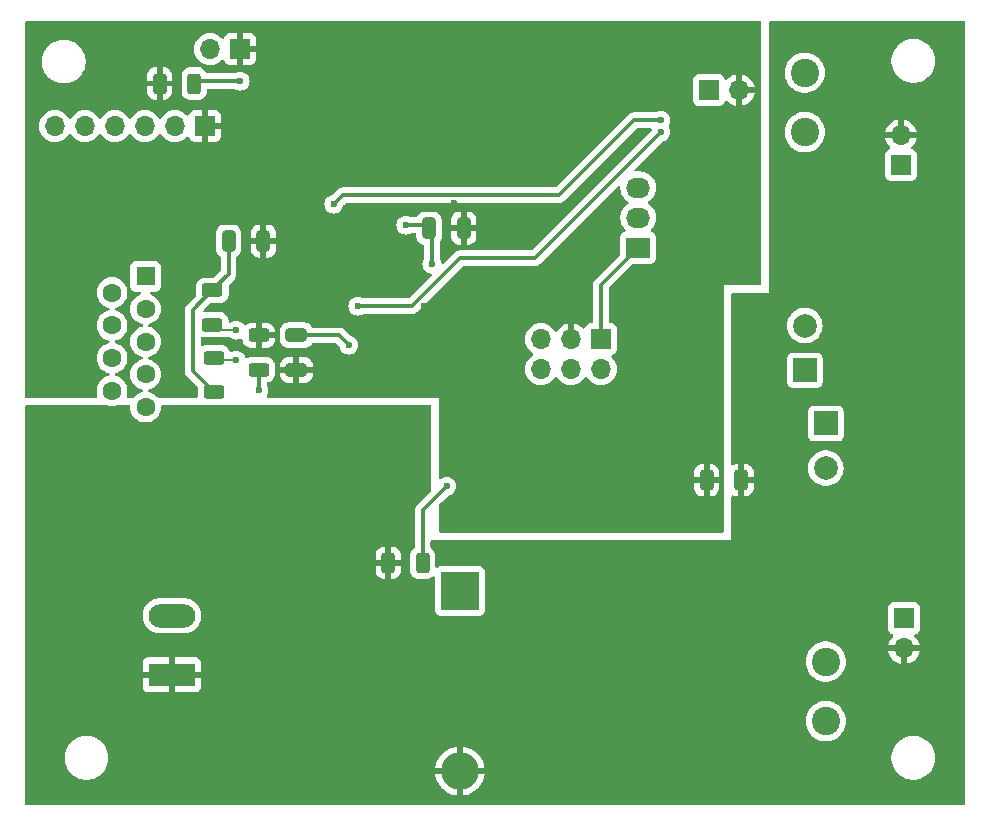
<source format=gbr>
%TF.GenerationSoftware,KiCad,Pcbnew,8.0.9*%
%TF.CreationDate,2025-04-23T17:18:56+02:00*%
%TF.ProjectId,Dijous_D_Combustible,44696a6f-7573-45f4-945f-436f6d627573,rev?*%
%TF.SameCoordinates,Original*%
%TF.FileFunction,Copper,L2,Bot*%
%TF.FilePolarity,Positive*%
%FSLAX46Y46*%
G04 Gerber Fmt 4.6, Leading zero omitted, Abs format (unit mm)*
G04 Created by KiCad (PCBNEW 8.0.9) date 2025-04-23 17:18:56*
%MOMM*%
%LPD*%
G01*
G04 APERTURE LIST*
G04 Aperture macros list*
%AMRoundRect*
0 Rectangle with rounded corners*
0 $1 Rounding radius*
0 $2 $3 $4 $5 $6 $7 $8 $9 X,Y pos of 4 corners*
0 Add a 4 corners polygon primitive as box body*
4,1,4,$2,$3,$4,$5,$6,$7,$8,$9,$2,$3,0*
0 Add four circle primitives for the rounded corners*
1,1,$1+$1,$2,$3*
1,1,$1+$1,$4,$5*
1,1,$1+$1,$6,$7*
1,1,$1+$1,$8,$9*
0 Add four rect primitives between the rounded corners*
20,1,$1+$1,$2,$3,$4,$5,0*
20,1,$1+$1,$4,$5,$6,$7,0*
20,1,$1+$1,$6,$7,$8,$9,0*
20,1,$1+$1,$8,$9,$2,$3,0*%
G04 Aperture macros list end*
%TA.AperFunction,ComponentPad*%
%ADD10R,3.200000X3.200000*%
%TD*%
%TA.AperFunction,ComponentPad*%
%ADD11O,3.200000X3.200000*%
%TD*%
%TA.AperFunction,ComponentPad*%
%ADD12R,1.700000X1.700000*%
%TD*%
%TA.AperFunction,ComponentPad*%
%ADD13O,1.700000X1.700000*%
%TD*%
%TA.AperFunction,ComponentPad*%
%ADD14R,2.030000X1.730000*%
%TD*%
%TA.AperFunction,ComponentPad*%
%ADD15O,2.030000X1.730000*%
%TD*%
%TA.AperFunction,ComponentPad*%
%ADD16C,2.400000*%
%TD*%
%TA.AperFunction,ComponentPad*%
%ADD17R,2.000000X2.000000*%
%TD*%
%TA.AperFunction,ComponentPad*%
%ADD18C,2.000000*%
%TD*%
%TA.AperFunction,ComponentPad*%
%ADD19R,1.600000X1.600000*%
%TD*%
%TA.AperFunction,ComponentPad*%
%ADD20C,1.600000*%
%TD*%
%TA.AperFunction,ComponentPad*%
%ADD21R,3.960000X1.980000*%
%TD*%
%TA.AperFunction,ComponentPad*%
%ADD22O,3.960000X1.980000*%
%TD*%
%TA.AperFunction,SMDPad,CuDef*%
%ADD23RoundRect,0.250000X0.312500X0.625000X-0.312500X0.625000X-0.312500X-0.625000X0.312500X-0.625000X0*%
%TD*%
%TA.AperFunction,SMDPad,CuDef*%
%ADD24RoundRect,0.250000X0.625000X-0.312500X0.625000X0.312500X-0.625000X0.312500X-0.625000X-0.312500X0*%
%TD*%
%TA.AperFunction,SMDPad,CuDef*%
%ADD25RoundRect,0.250000X-0.325000X-0.650000X0.325000X-0.650000X0.325000X0.650000X-0.325000X0.650000X0*%
%TD*%
%TA.AperFunction,SMDPad,CuDef*%
%ADD26RoundRect,0.250000X-0.650000X0.325000X-0.650000X-0.325000X0.650000X-0.325000X0.650000X0.325000X0*%
%TD*%
%TA.AperFunction,SMDPad,CuDef*%
%ADD27RoundRect,0.250000X0.325000X0.650000X-0.325000X0.650000X-0.325000X-0.650000X0.325000X-0.650000X0*%
%TD*%
%TA.AperFunction,SMDPad,CuDef*%
%ADD28RoundRect,0.250000X-0.625000X0.312500X-0.625000X-0.312500X0.625000X-0.312500X0.625000X0.312500X0*%
%TD*%
%TA.AperFunction,ViaPad*%
%ADD29C,0.600000*%
%TD*%
%TA.AperFunction,ViaPad*%
%ADD30C,0.900000*%
%TD*%
%TA.AperFunction,Conductor*%
%ADD31C,0.300000*%
%TD*%
%TA.AperFunction,Conductor*%
%ADD32C,0.200000*%
%TD*%
G04 APERTURE END LIST*
D10*
%TO.P,D2,1,K*%
%TO.N,Vout_Buck*%
X165608000Y-119888000D03*
D11*
%TO.P,D2,2,A*%
%TO.N,GNDPWR*%
X165608000Y-135128000D03*
%TD*%
D12*
%TO.P,J6,1,Pin_1*%
%TO.N,Solenoide*%
X202946000Y-83820000D03*
D13*
%TO.P,J6,2,Pin_2*%
%TO.N,GNDPWR*%
X202946000Y-81280000D03*
%TD*%
D12*
%TO.P,J8,1,Pin_1*%
%TO.N,GND*%
X144018000Y-80518000D03*
D13*
%TO.P,J8,2,Pin_2*%
%TO.N,unconnected-(J8-Pin_2-Pad2)*%
X141478000Y-80518000D03*
%TO.P,J8,3,Pin_3*%
%TO.N,+5V*%
X138938000Y-80518000D03*
%TO.P,J8,4,Pin_4*%
%TO.N,TXD*%
X136398000Y-80518000D03*
%TO.P,J8,5,Pin_5*%
%TO.N,RXD*%
X133858000Y-80518000D03*
%TO.P,J8,6,Pin_6*%
%TO.N,unconnected-(J8-Pin_6-Pad6)*%
X131318000Y-80518000D03*
%TD*%
D14*
%TO.P,JP1,1,A*%
%TO.N,MCLR*%
X180705000Y-90805000D03*
D15*
%TO.P,JP1,2,C*%
%TO.N,Net-(JP1-C)*%
X180705000Y-88265000D03*
%TO.P,JP1,3,B*%
%TO.N,Net-(JP1-B)*%
X180705000Y-85725000D03*
%TD*%
D16*
%TO.P,K2,13*%
%TO.N,Solenoide*%
X194818000Y-81026000D03*
%TO.P,K2,14*%
%TO.N,Vbat*%
X194818000Y-75986000D03*
D17*
%TO.P,K2,A1*%
X194818000Y-101186000D03*
D18*
%TO.P,K2,A2*%
%TO.N,Retorn_dip*%
X194818000Y-97406000D03*
%TD*%
D12*
%TO.P,J7,1,Pin_1*%
%TO.N,Nivell_combustible*%
X186685000Y-77470000D03*
D13*
%TO.P,J7,2,Pin_2*%
%TO.N,GND*%
X189225000Y-77470000D03*
%TD*%
D12*
%TO.P,J2,1,Pin_1*%
%TO.N,GND*%
X147000000Y-74000000D03*
D13*
%TO.P,J2,2,Pin_2*%
%TO.N,Boto*%
X144460000Y-74000000D03*
%TD*%
D12*
%TO.P,J5,1,Pin_1*%
%TO.N,Bomba_combustible*%
X203200000Y-122192000D03*
D13*
%TO.P,J5,2,Pin_2*%
%TO.N,GNDPWR*%
X203200000Y-124732000D03*
%TD*%
D12*
%TO.P,J3,1,Pin_1*%
%TO.N,MCLR*%
X177546000Y-98552000D03*
D13*
%TO.P,J3,2,Pin_2*%
%TO.N,+5V*%
X177546000Y-101092000D03*
%TO.P,J3,3,Pin_3*%
%TO.N,GND*%
X175006000Y-98552000D03*
%TO.P,J3,4,Pin_4*%
%TO.N,PGD*%
X175006000Y-101092000D03*
%TO.P,J3,5,Pin_5*%
%TO.N,PGC*%
X172466000Y-98552000D03*
%TO.P,J3,6,Pin_6*%
%TO.N,unconnected-(J3-Pin_6-Pad6)*%
X172466000Y-101092000D03*
%TD*%
D16*
%TO.P,K1,13*%
%TO.N,Bomba_combustible*%
X196596000Y-125854000D03*
%TO.P,K1,14*%
%TO.N,Vbat*%
X196596000Y-130894000D03*
D17*
%TO.P,K1,A1*%
X196596000Y-105694000D03*
D18*
%TO.P,K1,A2*%
%TO.N,Retorn_sol*%
X196596000Y-109474000D03*
%TD*%
D19*
%TO.P,J4,1,1*%
%TO.N,unconnected-(J4-Pad1)*%
X139000000Y-93230000D03*
D20*
%TO.P,J4,2,2*%
%TO.N,/Can-*%
X139000000Y-96000000D03*
%TO.P,J4,3,3*%
%TO.N,unconnected-(J4-Pad3)*%
X139000000Y-98770000D03*
%TO.P,J4,4,4*%
%TO.N,unconnected-(J4-Pad4)*%
X139000000Y-101540000D03*
%TO.P,J4,5,5*%
%TO.N,unconnected-(J4-Pad5)*%
X139000000Y-104310000D03*
%TO.P,J4,6,6*%
%TO.N,unconnected-(J4-Pad6)*%
X136160000Y-94615000D03*
%TO.P,J4,7,7*%
%TO.N,/Can+*%
X136160000Y-97385000D03*
%TO.P,J4,8,8*%
%TO.N,unconnected-(J4-Pad8)*%
X136160000Y-100155000D03*
%TO.P,J4,9,9*%
%TO.N,unconnected-(J4-Pad9)*%
X136160000Y-102925000D03*
%TD*%
D21*
%TO.P,J1,1,Pin_1*%
%TO.N,GNDPWR*%
X141224000Y-126971000D03*
D22*
%TO.P,J1,2,Pin_2*%
%TO.N,Vbat*%
X141224000Y-121971000D03*
%TD*%
D23*
%TO.P,R8,1*%
%TO.N,Boto*%
X143111500Y-76911000D03*
%TO.P,R8,2*%
%TO.N,GND*%
X140186500Y-76911000D03*
%TD*%
D24*
%TO.P,R1,1*%
%TO.N,Net-(U1-S)*%
X148590000Y-101157500D03*
%TO.P,R1,2*%
%TO.N,GND*%
X148590000Y-98232500D03*
%TD*%
D23*
%TO.P,R4,1*%
%TO.N,GNDPWR*%
X189422500Y-110490000D03*
%TO.P,R4,2*%
%TO.N,GND*%
X186497500Y-110490000D03*
%TD*%
D25*
%TO.P,C4,1*%
%TO.N,Net-(C4-Pad1)*%
X146025000Y-90250000D03*
%TO.P,C4,2*%
%TO.N,GND*%
X148975000Y-90250000D03*
%TD*%
D26*
%TO.P,C1,1*%
%TO.N,+5V*%
X151765000Y-98220000D03*
%TO.P,C1,2*%
%TO.N,GND*%
X151765000Y-101170000D03*
%TD*%
D23*
%TO.P,R5,1*%
%TO.N,Net-(U2-FB)*%
X162462500Y-117500000D03*
%TO.P,R5,2*%
%TO.N,GNDPWR*%
X159537500Y-117500000D03*
%TD*%
D27*
%TO.P,C9,1*%
%TO.N,GND*%
X165940000Y-89154000D03*
%TO.P,C9,2*%
%TO.N,+5V*%
X162990000Y-89154000D03*
%TD*%
D28*
%TO.P,R2,1*%
%TO.N,/Can+*%
X144780000Y-100137500D03*
%TO.P,R2,2*%
%TO.N,Net-(C4-Pad1)*%
X144780000Y-103062500D03*
%TD*%
%TO.P,R3,1*%
%TO.N,Net-(C4-Pad1)*%
X144653000Y-94422500D03*
%TO.P,R3,2*%
%TO.N,/Can-*%
X144653000Y-97347500D03*
%TD*%
D29*
%TO.N,+5V*%
X161036000Y-88900000D03*
X156210000Y-99060000D03*
X163245000Y-92202000D03*
%TO.N,GND*%
X172974000Y-75946000D03*
X154940000Y-75946000D03*
X182626000Y-78994000D03*
X165735000Y-75946000D03*
X188500000Y-92250000D03*
X190250000Y-87750000D03*
X189750000Y-90750000D03*
X190250000Y-83500000D03*
X173990000Y-79375000D03*
X150495000Y-78105000D03*
X177800000Y-113030000D03*
X168000000Y-104000000D03*
X163195000Y-75946000D03*
X157988000Y-75946000D03*
X151130000Y-75946000D03*
X161925000Y-75946000D03*
X173990000Y-76835000D03*
X165100000Y-87010000D03*
X170180000Y-75946000D03*
X173990000Y-78105000D03*
X163576000Y-100076000D03*
X168148000Y-73025000D03*
X173990000Y-80645000D03*
X167005000Y-75946000D03*
X161671000Y-92456000D03*
X188500000Y-89250000D03*
X150495000Y-81915000D03*
X182196000Y-76454000D03*
X156210000Y-100330000D03*
X186055000Y-99695000D03*
X182323000Y-73025000D03*
X150495000Y-79375000D03*
X150495000Y-80645000D03*
X160655000Y-75946000D03*
X181356000Y-77963500D03*
X163576000Y-103124000D03*
X150495000Y-76835000D03*
X164465000Y-83058000D03*
X165076000Y-101624000D03*
X171450000Y-75946000D03*
X162560000Y-95758000D03*
X164465000Y-75946000D03*
X153670000Y-75946000D03*
X183388000Y-74676000D03*
X168275000Y-75946000D03*
X156464000Y-75946000D03*
X173990000Y-81915000D03*
X152400000Y-75946000D03*
X159385000Y-75946000D03*
X185420000Y-94615000D03*
X177546000Y-80010000D03*
%TO.N,Net-(U2-FB)*%
X164500000Y-111000000D03*
D30*
%TO.N,GNDPWR*%
X175260000Y-128016000D03*
D29*
X145000000Y-108250000D03*
X145000000Y-106250000D03*
X145000000Y-112000000D03*
X162600000Y-109800000D03*
D30*
X200660000Y-113665000D03*
X200660000Y-93345000D03*
D29*
X145000000Y-114750000D03*
D30*
X205740000Y-113665000D03*
D29*
X145000000Y-113500000D03*
D30*
X155300000Y-136100000D03*
D29*
X145000000Y-105000000D03*
X159500000Y-105250000D03*
D30*
X205105000Y-93345000D03*
D29*
X145000000Y-110250000D03*
D30*
X172850000Y-133062500D03*
D29*
X189230000Y-98425000D03*
X189230000Y-106680000D03*
%TO.N,Boto*%
X147000000Y-76708000D03*
%TO.N,Net-(U1-S)*%
X148590000Y-102870000D03*
%TO.N,SCA*%
X156972000Y-95758000D03*
X182626000Y-81026000D03*
%TO.N,SCL*%
X154940000Y-87122000D03*
X182626000Y-80010000D03*
%TO.N,/Can-*%
X146685000Y-97790000D03*
%TO.N,/Can+*%
X146685000Y-100330000D03*
%TD*%
D31*
%TO.N,+5V*%
X161036000Y-88900000D02*
X162736000Y-88900000D01*
X163245000Y-89409000D02*
X162990000Y-89154000D01*
X151765000Y-98220000D02*
X155370000Y-98220000D01*
X155370000Y-98220000D02*
X156210000Y-99060000D01*
X163245000Y-92202000D02*
X163245000Y-89409000D01*
X162736000Y-88900000D02*
X162990000Y-89154000D01*
D32*
%TO.N,GND*%
X139998000Y-77099500D02*
X140186500Y-76911000D01*
D31*
X155370000Y-101170000D02*
X151765000Y-101170000D01*
D32*
X140125000Y-76849500D02*
X140186500Y-76911000D01*
X165100000Y-87010000D02*
X165940000Y-87850000D01*
D31*
X156210000Y-100330000D02*
X155370000Y-101170000D01*
D32*
X165940000Y-87850000D02*
X165940000Y-89154000D01*
D31*
%TO.N,Net-(C4-Pad1)*%
X144653000Y-94422500D02*
X146025000Y-93050500D01*
X143000000Y-101282500D02*
X143000000Y-96075500D01*
X143000000Y-96075500D02*
X144653000Y-94422500D01*
X146025000Y-93050500D02*
X146025000Y-90250000D01*
X144780000Y-103062500D02*
X143000000Y-101282500D01*
%TO.N,Net-(U2-FB)*%
X162462500Y-117500000D02*
X162462500Y-113037500D01*
X162462500Y-113037500D02*
X164500000Y-111000000D01*
%TO.N,Boto*%
X143314500Y-76708000D02*
X143111500Y-76911000D01*
X147000000Y-76708000D02*
X143314500Y-76708000D01*
%TO.N,MCLR*%
X177546000Y-93964000D02*
X180705000Y-90805000D01*
X177546000Y-98552000D02*
X177546000Y-93964000D01*
%TO.N,Net-(U1-S)*%
X148590000Y-102870000D02*
X148590000Y-101157500D01*
%TO.N,SCA*%
X161544000Y-95758000D02*
X165608000Y-91694000D01*
X165608000Y-91694000D02*
X171958000Y-91694000D01*
X156972000Y-95758000D02*
X161544000Y-95758000D01*
X171958000Y-91694000D02*
X182626000Y-81026000D01*
%TO.N,SCL*%
X154940000Y-87122000D02*
X155702000Y-86360000D01*
X180340000Y-80010000D02*
X182626000Y-80010000D01*
X173990000Y-86360000D02*
X180340000Y-80010000D01*
X155702000Y-86360000D02*
X173990000Y-86360000D01*
D32*
%TO.N,/Can-*%
X145095500Y-97790000D02*
X144653000Y-97347500D01*
X146685000Y-97790000D02*
X145095500Y-97790000D01*
%TO.N,/Can+*%
X144972500Y-100330000D02*
X144780000Y-100137500D01*
X146685000Y-100330000D02*
X144972500Y-100330000D01*
%TD*%
%TA.AperFunction,Conductor*%
%TO.N,GND*%
G36*
X191078039Y-71640185D02*
G01*
X191123794Y-71692989D01*
X191135000Y-71744500D01*
X191135000Y-93856000D01*
X191115315Y-93923039D01*
X191062511Y-93968794D01*
X191011000Y-93980000D01*
X187960000Y-93980000D01*
X187960000Y-114811000D01*
X187940315Y-114878039D01*
X187887511Y-114923794D01*
X187836000Y-114935000D01*
X163954000Y-114935000D01*
X163886961Y-114915315D01*
X163841206Y-114862511D01*
X163830000Y-114811000D01*
X163830000Y-112641307D01*
X163849685Y-112574268D01*
X163866319Y-112553626D01*
X164070423Y-112349522D01*
X164598224Y-111821720D01*
X164659545Y-111788237D01*
X164672019Y-111786183D01*
X164679255Y-111785368D01*
X164849522Y-111725789D01*
X165002262Y-111629816D01*
X165129816Y-111502262D01*
X165225789Y-111349522D01*
X165285368Y-111179255D01*
X165286973Y-111165009D01*
X165286976Y-111164986D01*
X185435001Y-111164986D01*
X185445494Y-111267697D01*
X185500641Y-111434119D01*
X185500643Y-111434124D01*
X185592684Y-111583345D01*
X185716654Y-111707315D01*
X185865875Y-111799356D01*
X185865880Y-111799358D01*
X186032302Y-111854505D01*
X186032309Y-111854506D01*
X186135019Y-111864999D01*
X186247499Y-111864999D01*
X186747500Y-111864999D01*
X186859972Y-111864999D01*
X186859986Y-111864998D01*
X186962697Y-111854505D01*
X187129119Y-111799358D01*
X187129124Y-111799356D01*
X187278345Y-111707315D01*
X187402315Y-111583345D01*
X187494356Y-111434124D01*
X187494358Y-111434119D01*
X187549505Y-111267697D01*
X187549506Y-111267690D01*
X187559999Y-111164986D01*
X187560000Y-111164973D01*
X187560000Y-110740000D01*
X186747500Y-110740000D01*
X186747500Y-111864999D01*
X186247499Y-111864999D01*
X186247500Y-111864998D01*
X186247500Y-110740000D01*
X185435001Y-110740000D01*
X185435001Y-111164986D01*
X165286976Y-111164986D01*
X165305565Y-111000003D01*
X165305565Y-110999996D01*
X165285369Y-110820750D01*
X165285368Y-110820745D01*
X165225788Y-110650476D01*
X165184878Y-110585368D01*
X165129816Y-110497738D01*
X165002262Y-110370184D01*
X164977850Y-110354845D01*
X164849523Y-110274211D01*
X164679254Y-110214631D01*
X164679249Y-110214630D01*
X164500004Y-110194435D01*
X164499996Y-110194435D01*
X164320750Y-110214630D01*
X164320745Y-110214631D01*
X164150476Y-110274211D01*
X164019972Y-110356213D01*
X163952735Y-110375213D01*
X163885900Y-110354845D01*
X163840686Y-110301577D01*
X163830000Y-110251219D01*
X163830000Y-109815013D01*
X185435000Y-109815013D01*
X185435000Y-110240000D01*
X186247500Y-110240000D01*
X186747500Y-110240000D01*
X187559999Y-110240000D01*
X187559999Y-109815028D01*
X187559998Y-109815013D01*
X187549505Y-109712302D01*
X187494358Y-109545880D01*
X187494356Y-109545875D01*
X187402315Y-109396654D01*
X187278345Y-109272684D01*
X187129124Y-109180643D01*
X187129119Y-109180641D01*
X186962697Y-109125494D01*
X186962690Y-109125493D01*
X186859986Y-109115000D01*
X186747500Y-109115000D01*
X186747500Y-110240000D01*
X186247500Y-110240000D01*
X186247500Y-109115000D01*
X186135027Y-109115000D01*
X186135012Y-109115001D01*
X186032302Y-109125494D01*
X185865880Y-109180641D01*
X185865875Y-109180643D01*
X185716654Y-109272684D01*
X185592684Y-109396654D01*
X185500643Y-109545875D01*
X185500641Y-109545880D01*
X185445494Y-109712302D01*
X185445493Y-109712309D01*
X185435000Y-109815013D01*
X163830000Y-109815013D01*
X163830000Y-103505000D01*
X149360772Y-103505000D01*
X149293733Y-103485315D01*
X149247978Y-103432511D01*
X149238034Y-103363353D01*
X149255779Y-103315027D01*
X149315788Y-103219524D01*
X149339522Y-103151697D01*
X149375368Y-103049255D01*
X149377798Y-103027690D01*
X149395565Y-102870003D01*
X149395565Y-102869996D01*
X149375369Y-102690750D01*
X149375366Y-102690737D01*
X149315790Y-102520481D01*
X149315789Y-102520478D01*
X149294008Y-102485814D01*
X149259506Y-102430903D01*
X149240500Y-102364931D01*
X149240500Y-102334981D01*
X149260185Y-102267942D01*
X149312989Y-102222187D01*
X149351899Y-102211623D01*
X149352391Y-102211572D01*
X149367797Y-102209999D01*
X149534334Y-102154814D01*
X149683656Y-102062712D01*
X149807712Y-101938656D01*
X149899814Y-101789334D01*
X149954999Y-101622797D01*
X149962948Y-101544986D01*
X150365001Y-101544986D01*
X150375494Y-101647697D01*
X150430641Y-101814119D01*
X150430643Y-101814124D01*
X150522684Y-101963345D01*
X150646654Y-102087315D01*
X150795875Y-102179356D01*
X150795880Y-102179358D01*
X150962302Y-102234505D01*
X150962309Y-102234506D01*
X151065019Y-102244999D01*
X151514999Y-102244999D01*
X152015000Y-102244999D01*
X152464972Y-102244999D01*
X152464986Y-102244998D01*
X152567697Y-102234505D01*
X152734119Y-102179358D01*
X152734124Y-102179356D01*
X152883345Y-102087315D01*
X153007315Y-101963345D01*
X153099356Y-101814124D01*
X153099358Y-101814119D01*
X153154505Y-101647697D01*
X153154506Y-101647690D01*
X153164999Y-101544986D01*
X153165000Y-101544973D01*
X153165000Y-101420000D01*
X152015000Y-101420000D01*
X152015000Y-102244999D01*
X151514999Y-102244999D01*
X151515000Y-102244998D01*
X151515000Y-101420000D01*
X150365001Y-101420000D01*
X150365001Y-101544986D01*
X149962948Y-101544986D01*
X149965500Y-101520009D01*
X149965499Y-100795013D01*
X150365000Y-100795013D01*
X150365000Y-100920000D01*
X151515000Y-100920000D01*
X152015000Y-100920000D01*
X153164999Y-100920000D01*
X153164999Y-100795028D01*
X153164998Y-100795013D01*
X153154505Y-100692302D01*
X153099358Y-100525880D01*
X153099356Y-100525875D01*
X153007315Y-100376654D01*
X152883345Y-100252684D01*
X152734124Y-100160643D01*
X152734119Y-100160641D01*
X152567697Y-100105494D01*
X152567690Y-100105493D01*
X152464986Y-100095000D01*
X152015000Y-100095000D01*
X152015000Y-100920000D01*
X151515000Y-100920000D01*
X151515000Y-100095000D01*
X151065028Y-100095000D01*
X151065012Y-100095001D01*
X150962302Y-100105494D01*
X150795880Y-100160641D01*
X150795875Y-100160643D01*
X150646654Y-100252684D01*
X150522684Y-100376654D01*
X150430643Y-100525875D01*
X150430641Y-100525880D01*
X150375494Y-100692302D01*
X150375493Y-100692309D01*
X150365000Y-100795013D01*
X149965499Y-100795013D01*
X149965499Y-100794992D01*
X149954999Y-100692203D01*
X149899814Y-100525666D01*
X149807712Y-100376344D01*
X149683656Y-100252288D01*
X149534334Y-100160186D01*
X149367797Y-100105001D01*
X149367795Y-100105000D01*
X149265010Y-100094500D01*
X147914998Y-100094500D01*
X147914981Y-100094501D01*
X147812203Y-100105000D01*
X147812200Y-100105001D01*
X147645668Y-100160185D01*
X147645660Y-100160189D01*
X147635417Y-100166507D01*
X147568024Y-100184944D01*
X147501361Y-100164018D01*
X147456594Y-100110374D01*
X147453283Y-100101919D01*
X147410789Y-99980478D01*
X147383269Y-99936681D01*
X147314816Y-99827738D01*
X147187262Y-99700184D01*
X147034523Y-99604211D01*
X146864254Y-99544631D01*
X146864249Y-99544630D01*
X146685004Y-99524435D01*
X146684996Y-99524435D01*
X146505750Y-99544630D01*
X146505745Y-99544631D01*
X146335474Y-99604212D01*
X146293101Y-99630837D01*
X146225865Y-99649837D01*
X146159030Y-99629469D01*
X146113816Y-99576201D01*
X146109428Y-99564859D01*
X146089814Y-99505666D01*
X145997712Y-99356344D01*
X145873656Y-99232288D01*
X145748275Y-99154953D01*
X145724336Y-99140187D01*
X145724331Y-99140185D01*
X145709468Y-99135260D01*
X145557797Y-99085001D01*
X145557795Y-99085000D01*
X145455010Y-99074500D01*
X144104998Y-99074500D01*
X144104981Y-99074501D01*
X144002203Y-99085000D01*
X144002200Y-99085001D01*
X143835668Y-99140185D01*
X143829118Y-99143240D01*
X143828040Y-99140929D01*
X143772170Y-99156200D01*
X143705513Y-99135260D01*
X143660758Y-99081605D01*
X143650500Y-99032222D01*
X143650500Y-98497259D01*
X143670185Y-98430220D01*
X143722989Y-98384465D01*
X143792147Y-98374521D01*
X143813491Y-98379549D01*
X143875203Y-98399999D01*
X143977991Y-98410500D01*
X145328008Y-98410499D01*
X145430797Y-98399999D01*
X145435729Y-98398364D01*
X145440470Y-98396794D01*
X145479474Y-98390500D01*
X146102588Y-98390500D01*
X146169627Y-98410185D01*
X146179903Y-98417555D01*
X146182736Y-98419814D01*
X146182738Y-98419816D01*
X146277742Y-98479511D01*
X146335124Y-98515567D01*
X146335478Y-98515789D01*
X146505745Y-98575368D01*
X146505750Y-98575369D01*
X146684996Y-98595565D01*
X146685000Y-98595565D01*
X146685004Y-98595565D01*
X146864249Y-98575369D01*
X146864252Y-98575368D01*
X146864255Y-98575368D01*
X147034522Y-98515789D01*
X147034531Y-98515782D01*
X147039616Y-98513335D01*
X147108557Y-98501977D01*
X147172694Y-98529695D01*
X147211664Y-98587687D01*
X147216785Y-98612449D01*
X147225494Y-98697696D01*
X147280641Y-98864119D01*
X147280643Y-98864124D01*
X147372684Y-99013345D01*
X147496654Y-99137315D01*
X147645875Y-99229356D01*
X147645880Y-99229358D01*
X147812302Y-99284505D01*
X147812309Y-99284506D01*
X147915019Y-99294999D01*
X148339999Y-99294999D01*
X148840000Y-99294999D01*
X149264972Y-99294999D01*
X149264986Y-99294998D01*
X149367697Y-99284505D01*
X149534119Y-99229358D01*
X149534124Y-99229356D01*
X149683345Y-99137315D01*
X149807315Y-99013345D01*
X149899356Y-98864124D01*
X149899358Y-98864119D01*
X149954505Y-98697697D01*
X149954506Y-98697690D01*
X149964999Y-98594986D01*
X149965000Y-98594973D01*
X149965000Y-98482500D01*
X148840000Y-98482500D01*
X148840000Y-99294999D01*
X148339999Y-99294999D01*
X148340000Y-99294998D01*
X148340000Y-97982500D01*
X148840000Y-97982500D01*
X149964999Y-97982500D01*
X149964999Y-97870028D01*
X149964998Y-97870013D01*
X149962441Y-97844983D01*
X150364500Y-97844983D01*
X150364500Y-98595001D01*
X150364501Y-98595019D01*
X150375000Y-98697796D01*
X150375001Y-98697799D01*
X150415101Y-98818812D01*
X150430186Y-98864334D01*
X150522288Y-99013656D01*
X150646344Y-99137712D01*
X150795666Y-99229814D01*
X150962203Y-99284999D01*
X151064991Y-99295500D01*
X152465008Y-99295499D01*
X152567797Y-99284999D01*
X152734334Y-99229814D01*
X152883656Y-99137712D01*
X153007712Y-99013656D01*
X153059680Y-98929402D01*
X153111627Y-98882679D01*
X153165218Y-98870500D01*
X155049192Y-98870500D01*
X155116231Y-98890185D01*
X155136873Y-98906819D01*
X155388277Y-99158223D01*
X155421762Y-99219546D01*
X155423815Y-99232012D01*
X155424630Y-99239246D01*
X155424632Y-99239255D01*
X155484210Y-99409521D01*
X155547020Y-99509482D01*
X155580184Y-99562262D01*
X155707738Y-99689816D01*
X155724239Y-99700184D01*
X155843310Y-99775002D01*
X155860478Y-99785789D01*
X156027393Y-99844195D01*
X156030745Y-99845368D01*
X156030750Y-99845369D01*
X156209996Y-99865565D01*
X156210000Y-99865565D01*
X156210004Y-99865565D01*
X156389249Y-99845369D01*
X156389252Y-99845368D01*
X156389255Y-99845368D01*
X156559522Y-99785789D01*
X156712262Y-99689816D01*
X156839816Y-99562262D01*
X156935789Y-99409522D01*
X156995368Y-99239255D01*
X156995369Y-99239246D01*
X157015565Y-99060003D01*
X157015565Y-99059996D01*
X156995369Y-98880750D01*
X156995368Y-98880745D01*
X156956617Y-98770001D01*
X156935789Y-98710478D01*
X156927820Y-98697796D01*
X156873746Y-98611738D01*
X156839816Y-98557738D01*
X156712262Y-98430184D01*
X156704012Y-98425000D01*
X156559521Y-98334210D01*
X156389255Y-98274632D01*
X156389246Y-98274630D01*
X156382012Y-98273815D01*
X156317600Y-98246744D01*
X156308223Y-98238277D01*
X155784674Y-97714727D01*
X155784673Y-97714726D01*
X155693982Y-97654129D01*
X155678127Y-97643535D01*
X155668704Y-97639632D01*
X155559744Y-97594499D01*
X155559738Y-97594497D01*
X155434071Y-97569500D01*
X155434069Y-97569500D01*
X153165218Y-97569500D01*
X153098179Y-97549815D01*
X153059679Y-97510597D01*
X153045550Y-97487690D01*
X153007712Y-97426344D01*
X152883656Y-97302288D01*
X152734334Y-97210186D01*
X152567797Y-97155001D01*
X152567795Y-97155000D01*
X152465010Y-97144500D01*
X151064998Y-97144500D01*
X151064981Y-97144501D01*
X150962203Y-97155000D01*
X150962200Y-97155001D01*
X150795668Y-97210185D01*
X150795663Y-97210187D01*
X150646342Y-97302289D01*
X150522289Y-97426342D01*
X150430187Y-97575663D01*
X150430185Y-97575668D01*
X150421831Y-97600880D01*
X150375001Y-97742203D01*
X150375001Y-97742204D01*
X150375000Y-97742204D01*
X150364500Y-97844983D01*
X149962441Y-97844983D01*
X149954505Y-97767302D01*
X149899358Y-97600880D01*
X149899356Y-97600875D01*
X149807315Y-97451654D01*
X149683345Y-97327684D01*
X149534124Y-97235643D01*
X149534119Y-97235641D01*
X149367697Y-97180494D01*
X149367690Y-97180493D01*
X149264986Y-97170000D01*
X148840000Y-97170000D01*
X148840000Y-97982500D01*
X148340000Y-97982500D01*
X148340000Y-97170000D01*
X147915028Y-97170000D01*
X147915012Y-97170001D01*
X147812302Y-97180494D01*
X147645880Y-97235641D01*
X147645875Y-97235643D01*
X147490509Y-97331475D01*
X147489161Y-97329290D01*
X147435493Y-97350921D01*
X147366855Y-97337857D01*
X147318428Y-97293485D01*
X147314818Y-97287740D01*
X147187262Y-97160184D01*
X147034523Y-97064211D01*
X146864254Y-97004631D01*
X146864249Y-97004630D01*
X146685004Y-96984435D01*
X146684996Y-96984435D01*
X146505750Y-97004630D01*
X146505745Y-97004631D01*
X146335476Y-97064211D01*
X146218471Y-97137731D01*
X146151234Y-97156731D01*
X146084399Y-97136363D01*
X146039185Y-97083095D01*
X146028499Y-97032737D01*
X146028499Y-96984998D01*
X146028498Y-96984981D01*
X146017999Y-96882203D01*
X146017998Y-96882200D01*
X145962814Y-96715666D01*
X145870712Y-96566344D01*
X145746656Y-96442288D01*
X145597334Y-96350186D01*
X145430797Y-96295001D01*
X145430795Y-96295000D01*
X145328016Y-96284500D01*
X144010306Y-96284500D01*
X143943267Y-96264815D01*
X143897512Y-96212011D01*
X143887568Y-96142853D01*
X143916593Y-96079297D01*
X143922602Y-96072843D01*
X144473627Y-95521817D01*
X144534950Y-95488333D01*
X144561308Y-95485499D01*
X145328002Y-95485499D01*
X145328008Y-95485499D01*
X145430797Y-95474999D01*
X145597334Y-95419814D01*
X145746656Y-95327712D01*
X145870712Y-95203656D01*
X145962814Y-95054334D01*
X146017999Y-94887797D01*
X146028500Y-94785009D01*
X146028499Y-94059992D01*
X146025863Y-94034187D01*
X146038632Y-93965495D01*
X146061540Y-93933905D01*
X146530272Y-93465174D01*
X146530273Y-93465173D01*
X146530273Y-93465172D01*
X146530277Y-93465169D01*
X146601465Y-93358627D01*
X146650501Y-93240244D01*
X146675500Y-93114569D01*
X146675500Y-91650217D01*
X146695185Y-91583178D01*
X146734405Y-91544678D01*
X146818651Y-91492715D01*
X146818654Y-91492713D01*
X146818653Y-91492713D01*
X146818656Y-91492712D01*
X146942712Y-91368656D01*
X147034814Y-91219334D01*
X147089999Y-91052797D01*
X147100500Y-90950009D01*
X147100500Y-90949986D01*
X147900001Y-90949986D01*
X147910494Y-91052697D01*
X147965641Y-91219119D01*
X147965643Y-91219124D01*
X148057684Y-91368345D01*
X148181654Y-91492315D01*
X148330875Y-91584356D01*
X148330880Y-91584358D01*
X148497302Y-91639505D01*
X148497309Y-91639506D01*
X148600019Y-91649999D01*
X148724999Y-91649999D01*
X149225000Y-91649999D01*
X149349972Y-91649999D01*
X149349986Y-91649998D01*
X149452697Y-91639505D01*
X149619119Y-91584358D01*
X149619124Y-91584356D01*
X149768345Y-91492315D01*
X149892315Y-91368345D01*
X149984356Y-91219124D01*
X149984358Y-91219119D01*
X150039505Y-91052697D01*
X150039506Y-91052690D01*
X150049999Y-90949986D01*
X150050000Y-90949973D01*
X150050000Y-90500000D01*
X149225000Y-90500000D01*
X149225000Y-91649999D01*
X148724999Y-91649999D01*
X148725000Y-91649998D01*
X148725000Y-90500000D01*
X147900001Y-90500000D01*
X147900001Y-90949986D01*
X147100500Y-90949986D01*
X147100499Y-89550013D01*
X147900000Y-89550013D01*
X147900000Y-90000000D01*
X148725000Y-90000000D01*
X149225000Y-90000000D01*
X150049999Y-90000000D01*
X150049999Y-89550028D01*
X150049998Y-89550013D01*
X150039505Y-89447302D01*
X149984358Y-89280880D01*
X149984356Y-89280875D01*
X149892315Y-89131654D01*
X149768345Y-89007684D01*
X149619124Y-88915643D01*
X149619119Y-88915641D01*
X149452697Y-88860494D01*
X149452690Y-88860493D01*
X149349986Y-88850000D01*
X149225000Y-88850000D01*
X149225000Y-90000000D01*
X148725000Y-90000000D01*
X148725000Y-88850000D01*
X148600027Y-88850000D01*
X148600012Y-88850001D01*
X148497302Y-88860494D01*
X148330880Y-88915641D01*
X148330875Y-88915643D01*
X148181654Y-89007684D01*
X148057684Y-89131654D01*
X147965643Y-89280875D01*
X147965641Y-89280880D01*
X147910494Y-89447302D01*
X147910493Y-89447309D01*
X147900000Y-89550013D01*
X147100499Y-89550013D01*
X147100499Y-89549992D01*
X147089999Y-89447203D01*
X147034814Y-89280666D01*
X146942712Y-89131344D01*
X146818656Y-89007288D01*
X146669334Y-88915186D01*
X146502797Y-88860001D01*
X146502795Y-88860000D01*
X146400010Y-88849500D01*
X145649998Y-88849500D01*
X145649980Y-88849501D01*
X145547203Y-88860000D01*
X145547200Y-88860001D01*
X145380668Y-88915185D01*
X145380663Y-88915187D01*
X145231342Y-89007289D01*
X145107289Y-89131342D01*
X145015187Y-89280663D01*
X145015185Y-89280668D01*
X145005329Y-89310412D01*
X144960001Y-89447203D01*
X144960001Y-89447204D01*
X144960000Y-89447204D01*
X144949500Y-89549983D01*
X144949500Y-90950001D01*
X144949501Y-90950018D01*
X144960000Y-91052796D01*
X144960001Y-91052799D01*
X145005043Y-91188726D01*
X145015186Y-91219334D01*
X145107096Y-91368345D01*
X145107289Y-91368657D01*
X145231345Y-91492713D01*
X145231348Y-91492715D01*
X145315595Y-91544678D01*
X145362321Y-91596625D01*
X145374500Y-91650217D01*
X145374500Y-92729691D01*
X145354815Y-92796730D01*
X145338181Y-92817372D01*
X144832372Y-93323181D01*
X144771049Y-93356666D01*
X144744691Y-93359500D01*
X143977998Y-93359500D01*
X143977980Y-93359501D01*
X143875203Y-93370000D01*
X143875200Y-93370001D01*
X143708668Y-93425185D01*
X143708663Y-93425187D01*
X143559342Y-93517289D01*
X143435289Y-93641342D01*
X143343187Y-93790663D01*
X143343186Y-93790666D01*
X143288001Y-93957203D01*
X143288001Y-93957204D01*
X143288000Y-93957204D01*
X143277500Y-94059983D01*
X143277500Y-94785000D01*
X143277502Y-94785025D01*
X143280136Y-94810814D01*
X143267365Y-94879506D01*
X143244459Y-94911093D01*
X142494725Y-95660828D01*
X142494719Y-95660836D01*
X142429797Y-95758000D01*
X142429797Y-95758002D01*
X142423533Y-95767375D01*
X142374499Y-95885755D01*
X142374497Y-95885761D01*
X142349500Y-96011428D01*
X142349500Y-96011431D01*
X142349500Y-101346569D01*
X142367550Y-101437310D01*
X142372156Y-101460461D01*
X142372157Y-101460471D01*
X142372158Y-101460471D01*
X142374499Y-101472244D01*
X142374500Y-101472247D01*
X142423533Y-101590625D01*
X142494726Y-101697173D01*
X142494727Y-101697174D01*
X143371458Y-102573904D01*
X143404943Y-102635227D01*
X143407135Y-102674183D01*
X143404501Y-102699972D01*
X143404501Y-102699980D01*
X143404500Y-102699991D01*
X143404500Y-103049255D01*
X143404501Y-103381000D01*
X143384817Y-103448039D01*
X143332013Y-103493794D01*
X143280501Y-103505000D01*
X140085549Y-103505000D01*
X140018510Y-103485315D01*
X139997868Y-103468681D01*
X139839141Y-103309954D01*
X139652734Y-103179432D01*
X139652732Y-103179431D01*
X139446497Y-103083261D01*
X139446488Y-103083258D01*
X139319561Y-103049249D01*
X139302862Y-103044774D01*
X139243202Y-103008410D01*
X139212673Y-102945563D01*
X139220968Y-102876188D01*
X139265453Y-102822310D01*
X139302862Y-102805225D01*
X139446496Y-102766739D01*
X139652734Y-102670568D01*
X139839139Y-102540047D01*
X140000047Y-102379139D01*
X140130568Y-102192734D01*
X140226739Y-101986496D01*
X140285635Y-101766692D01*
X140305468Y-101540000D01*
X140301197Y-101491188D01*
X140286869Y-101327413D01*
X140285635Y-101313308D01*
X140226739Y-101093504D01*
X140130568Y-100887266D01*
X140000047Y-100700861D01*
X140000045Y-100700858D01*
X139839141Y-100539954D01*
X139652734Y-100409432D01*
X139652732Y-100409431D01*
X139446497Y-100313261D01*
X139446488Y-100313258D01*
X139323966Y-100280429D01*
X139302862Y-100274774D01*
X139243202Y-100238410D01*
X139212673Y-100175563D01*
X139220968Y-100106188D01*
X139265453Y-100052310D01*
X139302862Y-100035225D01*
X139446496Y-99996739D01*
X139652734Y-99900568D01*
X139839139Y-99770047D01*
X140000047Y-99609139D01*
X140130568Y-99422734D01*
X140226739Y-99216496D01*
X140285635Y-98996692D01*
X140305468Y-98770000D01*
X140301197Y-98721188D01*
X140290158Y-98595008D01*
X140285635Y-98543308D01*
X140226739Y-98323504D01*
X140130568Y-98117266D01*
X140000047Y-97930861D01*
X140000045Y-97930858D01*
X139839141Y-97769954D01*
X139652734Y-97639432D01*
X139652732Y-97639431D01*
X139446497Y-97543261D01*
X139446488Y-97543258D01*
X139323966Y-97510429D01*
X139302862Y-97504774D01*
X139243202Y-97468410D01*
X139212673Y-97405563D01*
X139220968Y-97336188D01*
X139265453Y-97282310D01*
X139302862Y-97265225D01*
X139446496Y-97226739D01*
X139652734Y-97130568D01*
X139839139Y-97000047D01*
X140000047Y-96839139D01*
X140130568Y-96652734D01*
X140226739Y-96446496D01*
X140285635Y-96226692D01*
X140305468Y-96000000D01*
X140301197Y-95951188D01*
X140285635Y-95773313D01*
X140285635Y-95773308D01*
X140226739Y-95553504D01*
X140130568Y-95347266D01*
X140000047Y-95160861D01*
X140000045Y-95160858D01*
X139839141Y-94999954D01*
X139652734Y-94869432D01*
X139652732Y-94869431D01*
X139446497Y-94773261D01*
X139441402Y-94771407D01*
X139442159Y-94769325D01*
X139390617Y-94737908D01*
X139360088Y-94675061D01*
X139368383Y-94605686D01*
X139412869Y-94551808D01*
X139479421Y-94530534D01*
X139482352Y-94530499D01*
X139847872Y-94530499D01*
X139907483Y-94524091D01*
X140042331Y-94473796D01*
X140157546Y-94387546D01*
X140243796Y-94272331D01*
X140294091Y-94137483D01*
X140300500Y-94077873D01*
X140300499Y-92382128D01*
X140294091Y-92322517D01*
X140292966Y-92319502D01*
X140243797Y-92187671D01*
X140243793Y-92187664D01*
X140157547Y-92072455D01*
X140157544Y-92072452D01*
X140042335Y-91986206D01*
X140042328Y-91986202D01*
X139907482Y-91935908D01*
X139907483Y-91935908D01*
X139847883Y-91929501D01*
X139847881Y-91929500D01*
X139847873Y-91929500D01*
X139847864Y-91929500D01*
X138152129Y-91929500D01*
X138152123Y-91929501D01*
X138092516Y-91935908D01*
X137957671Y-91986202D01*
X137957664Y-91986206D01*
X137842455Y-92072452D01*
X137842452Y-92072455D01*
X137756206Y-92187664D01*
X137756202Y-92187671D01*
X137705908Y-92322517D01*
X137699594Y-92381249D01*
X137699501Y-92382123D01*
X137699500Y-92382135D01*
X137699500Y-94077870D01*
X137699501Y-94077876D01*
X137705908Y-94137483D01*
X137756202Y-94272328D01*
X137756206Y-94272335D01*
X137842452Y-94387544D01*
X137842455Y-94387547D01*
X137957664Y-94473793D01*
X137957671Y-94473797D01*
X138092517Y-94524091D01*
X138092516Y-94524091D01*
X138099444Y-94524835D01*
X138152127Y-94530500D01*
X138517628Y-94530499D01*
X138584665Y-94550183D01*
X138630420Y-94602987D01*
X138640364Y-94672146D01*
X138611339Y-94735701D01*
X138558063Y-94769939D01*
X138558598Y-94771407D01*
X138553502Y-94773261D01*
X138347267Y-94869431D01*
X138347265Y-94869432D01*
X138160858Y-94999954D01*
X137999954Y-95160858D01*
X137869432Y-95347265D01*
X137869431Y-95347267D01*
X137773261Y-95553502D01*
X137773258Y-95553511D01*
X137714366Y-95773302D01*
X137714364Y-95773313D01*
X137694532Y-95999998D01*
X137694532Y-96000001D01*
X137714364Y-96226686D01*
X137714366Y-96226697D01*
X137773258Y-96446488D01*
X137773261Y-96446497D01*
X137869431Y-96652732D01*
X137869432Y-96652734D01*
X137999954Y-96839141D01*
X138160858Y-97000045D01*
X138160861Y-97000047D01*
X138347266Y-97130568D01*
X138553504Y-97226739D01*
X138553509Y-97226740D01*
X138553511Y-97226741D01*
X138697136Y-97265225D01*
X138756797Y-97301590D01*
X138787326Y-97364437D01*
X138779031Y-97433812D01*
X138734546Y-97487690D01*
X138697136Y-97504775D01*
X138553511Y-97543258D01*
X138553502Y-97543261D01*
X138347267Y-97639431D01*
X138347265Y-97639432D01*
X138160858Y-97769954D01*
X137999954Y-97930858D01*
X137869432Y-98117265D01*
X137869431Y-98117267D01*
X137773261Y-98323502D01*
X137773258Y-98323511D01*
X137714366Y-98543302D01*
X137714364Y-98543313D01*
X137694532Y-98769998D01*
X137694532Y-98770001D01*
X137714364Y-98996686D01*
X137714366Y-98996697D01*
X137773258Y-99216488D01*
X137773261Y-99216497D01*
X137869431Y-99422732D01*
X137869432Y-99422734D01*
X137999954Y-99609141D01*
X138160858Y-99770045D01*
X138183342Y-99785788D01*
X138347266Y-99900568D01*
X138553504Y-99996739D01*
X138553509Y-99996740D01*
X138553511Y-99996741D01*
X138697136Y-100035225D01*
X138756797Y-100071590D01*
X138787326Y-100134437D01*
X138779031Y-100203812D01*
X138734546Y-100257690D01*
X138697136Y-100274775D01*
X138553511Y-100313258D01*
X138553502Y-100313261D01*
X138347267Y-100409431D01*
X138347265Y-100409432D01*
X138160858Y-100539954D01*
X137999954Y-100700858D01*
X137869432Y-100887265D01*
X137869431Y-100887267D01*
X137773261Y-101093502D01*
X137773258Y-101093511D01*
X137714366Y-101313302D01*
X137714364Y-101313313D01*
X137694532Y-101539998D01*
X137694532Y-101540001D01*
X137714364Y-101766686D01*
X137714366Y-101766697D01*
X137773258Y-101986488D01*
X137773261Y-101986497D01*
X137869431Y-102192732D01*
X137869432Y-102192734D01*
X137999954Y-102379141D01*
X138160858Y-102540045D01*
X138160861Y-102540047D01*
X138347266Y-102670568D01*
X138553504Y-102766739D01*
X138553509Y-102766740D01*
X138553511Y-102766741D01*
X138697136Y-102805225D01*
X138756797Y-102841590D01*
X138787326Y-102904437D01*
X138779031Y-102973812D01*
X138734546Y-103027690D01*
X138697136Y-103044775D01*
X138553511Y-103083258D01*
X138553502Y-103083261D01*
X138347267Y-103179431D01*
X138347265Y-103179432D01*
X138160858Y-103309954D01*
X138002132Y-103468681D01*
X137940809Y-103502166D01*
X137914451Y-103505000D01*
X137512567Y-103505000D01*
X137445528Y-103485315D01*
X137399773Y-103432511D01*
X137389829Y-103363353D01*
X137392792Y-103348907D01*
X137410292Y-103283592D01*
X137445635Y-103151692D01*
X137465468Y-102925000D01*
X137461197Y-102876188D01*
X137451622Y-102766738D01*
X137445635Y-102698308D01*
X137386739Y-102478504D01*
X137290568Y-102272266D01*
X137160047Y-102085861D01*
X137160045Y-102085858D01*
X136999141Y-101924954D01*
X136812734Y-101794432D01*
X136812732Y-101794431D01*
X136606497Y-101698261D01*
X136606488Y-101698258D01*
X136483966Y-101665429D01*
X136462862Y-101659774D01*
X136403202Y-101623410D01*
X136372673Y-101560563D01*
X136380968Y-101491188D01*
X136425453Y-101437310D01*
X136462862Y-101420225D01*
X136606496Y-101381739D01*
X136812734Y-101285568D01*
X136999139Y-101155047D01*
X137160047Y-100994139D01*
X137290568Y-100807734D01*
X137386739Y-100601496D01*
X137445635Y-100381692D01*
X137464974Y-100160643D01*
X137465468Y-100155001D01*
X137465468Y-100154998D01*
X137456775Y-100055635D01*
X137445635Y-99928308D01*
X137386739Y-99708504D01*
X137290568Y-99502266D01*
X137160047Y-99315861D01*
X137160045Y-99315858D01*
X136999141Y-99154954D01*
X136812734Y-99024432D01*
X136812732Y-99024431D01*
X136606497Y-98928261D01*
X136606488Y-98928258D01*
X136483966Y-98895429D01*
X136462862Y-98889774D01*
X136403202Y-98853410D01*
X136372673Y-98790563D01*
X136380968Y-98721188D01*
X136425453Y-98667310D01*
X136462862Y-98650225D01*
X136606496Y-98611739D01*
X136812734Y-98515568D01*
X136999139Y-98385047D01*
X137160047Y-98224139D01*
X137290568Y-98037734D01*
X137386739Y-97831496D01*
X137445635Y-97611692D01*
X137465468Y-97385000D01*
X137464890Y-97378399D01*
X137456484Y-97282310D01*
X137445635Y-97158308D01*
X137386739Y-96938504D01*
X137290568Y-96732266D01*
X137160047Y-96545861D01*
X137160045Y-96545858D01*
X136999141Y-96384954D01*
X136812734Y-96254432D01*
X136812732Y-96254431D01*
X136606497Y-96158261D01*
X136606488Y-96158258D01*
X136483966Y-96125429D01*
X136462862Y-96119774D01*
X136403202Y-96083410D01*
X136372673Y-96020563D01*
X136380968Y-95951188D01*
X136425453Y-95897310D01*
X136462862Y-95880225D01*
X136606496Y-95841739D01*
X136812734Y-95745568D01*
X136999139Y-95615047D01*
X137160047Y-95454139D01*
X137290568Y-95267734D01*
X137386739Y-95061496D01*
X137445635Y-94841692D01*
X137465468Y-94615000D01*
X137445635Y-94388308D01*
X137386739Y-94168504D01*
X137290568Y-93962266D01*
X137170415Y-93790668D01*
X137160045Y-93775858D01*
X136999141Y-93614954D01*
X136812734Y-93484432D01*
X136812732Y-93484431D01*
X136606497Y-93388261D01*
X136606488Y-93388258D01*
X136386697Y-93329366D01*
X136386693Y-93329365D01*
X136386692Y-93329365D01*
X136386691Y-93329364D01*
X136386686Y-93329364D01*
X136160002Y-93309532D01*
X136159998Y-93309532D01*
X135933313Y-93329364D01*
X135933302Y-93329366D01*
X135713511Y-93388258D01*
X135713502Y-93388261D01*
X135507267Y-93484431D01*
X135507265Y-93484432D01*
X135320858Y-93614954D01*
X135159954Y-93775858D01*
X135029432Y-93962265D01*
X135029431Y-93962267D01*
X134933261Y-94168502D01*
X134933258Y-94168511D01*
X134874366Y-94388302D01*
X134874364Y-94388313D01*
X134854532Y-94614998D01*
X134854532Y-94615001D01*
X134874364Y-94841686D01*
X134874366Y-94841697D01*
X134933258Y-95061488D01*
X134933261Y-95061497D01*
X135029431Y-95267732D01*
X135029432Y-95267734D01*
X135159954Y-95454141D01*
X135320858Y-95615045D01*
X135320861Y-95615047D01*
X135507266Y-95745568D01*
X135713504Y-95841739D01*
X135713509Y-95841740D01*
X135713511Y-95841741D01*
X135857136Y-95880225D01*
X135916797Y-95916590D01*
X135947326Y-95979437D01*
X135939031Y-96048812D01*
X135894546Y-96102690D01*
X135857136Y-96119775D01*
X135713511Y-96158258D01*
X135713502Y-96158261D01*
X135507267Y-96254431D01*
X135507265Y-96254432D01*
X135320858Y-96384954D01*
X135159954Y-96545858D01*
X135029432Y-96732265D01*
X135029431Y-96732267D01*
X134933261Y-96938502D01*
X134933258Y-96938511D01*
X134874366Y-97158302D01*
X134874364Y-97158313D01*
X134854532Y-97384998D01*
X134854532Y-97385001D01*
X134874364Y-97611686D01*
X134874366Y-97611697D01*
X134933258Y-97831488D01*
X134933261Y-97831497D01*
X135029431Y-98037732D01*
X135029432Y-98037734D01*
X135159954Y-98224141D01*
X135320858Y-98385045D01*
X135320861Y-98385047D01*
X135507266Y-98515568D01*
X135713504Y-98611739D01*
X135713509Y-98611740D01*
X135713511Y-98611741D01*
X135857136Y-98650225D01*
X135916797Y-98686590D01*
X135947326Y-98749437D01*
X135939031Y-98818812D01*
X135894546Y-98872690D01*
X135857136Y-98889775D01*
X135713511Y-98928258D01*
X135713502Y-98928261D01*
X135507267Y-99024431D01*
X135507265Y-99024432D01*
X135320858Y-99154954D01*
X135159954Y-99315858D01*
X135029432Y-99502265D01*
X135029431Y-99502267D01*
X134933261Y-99708502D01*
X134933258Y-99708511D01*
X134874366Y-99928302D01*
X134874364Y-99928313D01*
X134854532Y-100154998D01*
X134854532Y-100155001D01*
X134874364Y-100381686D01*
X134874366Y-100381697D01*
X134933258Y-100601488D01*
X134933261Y-100601497D01*
X135029431Y-100807732D01*
X135029432Y-100807734D01*
X135159954Y-100994141D01*
X135320858Y-101155045D01*
X135320861Y-101155047D01*
X135507266Y-101285568D01*
X135713504Y-101381739D01*
X135713509Y-101381740D01*
X135713511Y-101381741D01*
X135857136Y-101420225D01*
X135916797Y-101456590D01*
X135947326Y-101519437D01*
X135939031Y-101588812D01*
X135894546Y-101642690D01*
X135857136Y-101659775D01*
X135713511Y-101698258D01*
X135713502Y-101698261D01*
X135507267Y-101794431D01*
X135507265Y-101794432D01*
X135320858Y-101924954D01*
X135159954Y-102085858D01*
X135029432Y-102272265D01*
X135029431Y-102272267D01*
X134933261Y-102478502D01*
X134933258Y-102478511D01*
X134874366Y-102698302D01*
X134874364Y-102698313D01*
X134854532Y-102924998D01*
X134854532Y-102925001D01*
X134874364Y-103151686D01*
X134874366Y-103151697D01*
X134927208Y-103348907D01*
X134925545Y-103418757D01*
X134886382Y-103476619D01*
X134822154Y-103504123D01*
X134807433Y-103505000D01*
X128894500Y-103505000D01*
X128827461Y-103485315D01*
X128781706Y-103432511D01*
X128770500Y-103381000D01*
X128770500Y-87121996D01*
X154134435Y-87121996D01*
X154134435Y-87122003D01*
X154154630Y-87301249D01*
X154154631Y-87301254D01*
X154214211Y-87471523D01*
X154263095Y-87549321D01*
X154310184Y-87624262D01*
X154437738Y-87751816D01*
X154590478Y-87847789D01*
X154760745Y-87907368D01*
X154760750Y-87907369D01*
X154939996Y-87927565D01*
X154940000Y-87927565D01*
X154940004Y-87927565D01*
X155119249Y-87907369D01*
X155119252Y-87907368D01*
X155119255Y-87907368D01*
X155289522Y-87847789D01*
X155442262Y-87751816D01*
X155569816Y-87624262D01*
X155665789Y-87471522D01*
X155725368Y-87301255D01*
X155726182Y-87294025D01*
X155753245Y-87229611D01*
X155761702Y-87220242D01*
X155935128Y-87046816D01*
X155996451Y-87013334D01*
X156022808Y-87010500D01*
X174054071Y-87010500D01*
X174154824Y-86990458D01*
X174179744Y-86985501D01*
X174298127Y-86936465D01*
X174304418Y-86932261D01*
X174304427Y-86932258D01*
X174304426Y-86932257D01*
X174379438Y-86882135D01*
X174404669Y-86865277D01*
X180573126Y-80696818D01*
X180634449Y-80663334D01*
X180660807Y-80660500D01*
X181731041Y-80660500D01*
X181798080Y-80680185D01*
X181843835Y-80732989D01*
X181853779Y-80802147D01*
X181848083Y-80825449D01*
X181844475Y-80835761D01*
X181840632Y-80846743D01*
X181840630Y-80846752D01*
X181839815Y-80853988D01*
X181812743Y-80918400D01*
X181804277Y-80927775D01*
X171724873Y-91007181D01*
X171663550Y-91040666D01*
X171637192Y-91043500D01*
X165543929Y-91043500D01*
X165418261Y-91068497D01*
X165418255Y-91068499D01*
X165299874Y-91117534D01*
X165193326Y-91188726D01*
X164245749Y-92136303D01*
X164184426Y-92169788D01*
X164114734Y-92164804D01*
X164058801Y-92122932D01*
X164034848Y-92062504D01*
X164030369Y-92022750D01*
X164030366Y-92022737D01*
X163970790Y-91852481D01*
X163970789Y-91852478D01*
X163923666Y-91777482D01*
X163914506Y-91762903D01*
X163895500Y-91696931D01*
X163895500Y-90327620D01*
X163913960Y-90262526D01*
X163999814Y-90123334D01*
X164054999Y-89956797D01*
X164065500Y-89854009D01*
X164065500Y-89853986D01*
X164865001Y-89853986D01*
X164875494Y-89956697D01*
X164930641Y-90123119D01*
X164930643Y-90123124D01*
X165022684Y-90272345D01*
X165146654Y-90396315D01*
X165295875Y-90488356D01*
X165295880Y-90488358D01*
X165462302Y-90543505D01*
X165462309Y-90543506D01*
X165565019Y-90553999D01*
X165689999Y-90553999D01*
X166190000Y-90553999D01*
X166314972Y-90553999D01*
X166314986Y-90553998D01*
X166417697Y-90543505D01*
X166584119Y-90488358D01*
X166584124Y-90488356D01*
X166733345Y-90396315D01*
X166857315Y-90272345D01*
X166949356Y-90123124D01*
X166949358Y-90123119D01*
X167004505Y-89956697D01*
X167004506Y-89956690D01*
X167014999Y-89853986D01*
X167015000Y-89853973D01*
X167015000Y-89404000D01*
X166190000Y-89404000D01*
X166190000Y-90553999D01*
X165689999Y-90553999D01*
X165690000Y-90553998D01*
X165690000Y-89404000D01*
X164865001Y-89404000D01*
X164865001Y-89853986D01*
X164065500Y-89853986D01*
X164065499Y-88454013D01*
X164865000Y-88454013D01*
X164865000Y-88904000D01*
X165690000Y-88904000D01*
X166190000Y-88904000D01*
X167014999Y-88904000D01*
X167014999Y-88454028D01*
X167014998Y-88454013D01*
X167004505Y-88351302D01*
X166949358Y-88184880D01*
X166949356Y-88184875D01*
X166857315Y-88035654D01*
X166733345Y-87911684D01*
X166584124Y-87819643D01*
X166584119Y-87819641D01*
X166417697Y-87764494D01*
X166417690Y-87764493D01*
X166314986Y-87754000D01*
X166190000Y-87754000D01*
X166190000Y-88904000D01*
X165690000Y-88904000D01*
X165690000Y-87754000D01*
X165565027Y-87754000D01*
X165565012Y-87754001D01*
X165462302Y-87764494D01*
X165295880Y-87819641D01*
X165295875Y-87819643D01*
X165146654Y-87911684D01*
X165022684Y-88035654D01*
X164930643Y-88184875D01*
X164930641Y-88184880D01*
X164875494Y-88351302D01*
X164875493Y-88351309D01*
X164865000Y-88454013D01*
X164065499Y-88454013D01*
X164065499Y-88453992D01*
X164059752Y-88397737D01*
X164054999Y-88351203D01*
X164054998Y-88351200D01*
X164028152Y-88270184D01*
X163999814Y-88184666D01*
X163907712Y-88035344D01*
X163783656Y-87911288D01*
X163680707Y-87847789D01*
X163634336Y-87819187D01*
X163634331Y-87819185D01*
X163632862Y-87818698D01*
X163467797Y-87764001D01*
X163467795Y-87764000D01*
X163365010Y-87753500D01*
X162614998Y-87753500D01*
X162614980Y-87753501D01*
X162512203Y-87764000D01*
X162512200Y-87764001D01*
X162345668Y-87819185D01*
X162345663Y-87819187D01*
X162196342Y-87911289D01*
X162072289Y-88035342D01*
X161976528Y-88190597D01*
X161924580Y-88237321D01*
X161870989Y-88249500D01*
X161541068Y-88249500D01*
X161475096Y-88230494D01*
X161385522Y-88174210D01*
X161385518Y-88174209D01*
X161215262Y-88114633D01*
X161215249Y-88114630D01*
X161036004Y-88094435D01*
X161035996Y-88094435D01*
X160856750Y-88114630D01*
X160856745Y-88114631D01*
X160686476Y-88174211D01*
X160533737Y-88270184D01*
X160406184Y-88397737D01*
X160310211Y-88550476D01*
X160250631Y-88720745D01*
X160250630Y-88720750D01*
X160230435Y-88899996D01*
X160230435Y-88900003D01*
X160250630Y-89079249D01*
X160250631Y-89079254D01*
X160310211Y-89249523D01*
X160392261Y-89380104D01*
X160406184Y-89402262D01*
X160533738Y-89529816D01*
X160596904Y-89569506D01*
X160682021Y-89622989D01*
X160686478Y-89625789D01*
X160825686Y-89674500D01*
X160856745Y-89685368D01*
X160856750Y-89685369D01*
X161035996Y-89705565D01*
X161036000Y-89705565D01*
X161036004Y-89705565D01*
X161215249Y-89685369D01*
X161215251Y-89685368D01*
X161215255Y-89685368D01*
X161215258Y-89685366D01*
X161215262Y-89685366D01*
X161305377Y-89653832D01*
X161385522Y-89625789D01*
X161475096Y-89569505D01*
X161541068Y-89550500D01*
X161790501Y-89550500D01*
X161857540Y-89570185D01*
X161903295Y-89622989D01*
X161914501Y-89674500D01*
X161914501Y-89854018D01*
X161925000Y-89956796D01*
X161925001Y-89956799D01*
X161939317Y-90000000D01*
X161980186Y-90123334D01*
X162072288Y-90272656D01*
X162196344Y-90396712D01*
X162345666Y-90488814D01*
X162509505Y-90543105D01*
X162566949Y-90582877D01*
X162593772Y-90647392D01*
X162594500Y-90660810D01*
X162594500Y-91696931D01*
X162575494Y-91762903D01*
X162519211Y-91852477D01*
X162519209Y-91852481D01*
X162459633Y-92022737D01*
X162459630Y-92022750D01*
X162439435Y-92201996D01*
X162439435Y-92202003D01*
X162459630Y-92381249D01*
X162459631Y-92381254D01*
X162519211Y-92551523D01*
X162615184Y-92704262D01*
X162742738Y-92831816D01*
X162895478Y-92927789D01*
X163065745Y-92987368D01*
X163065750Y-92987369D01*
X163105504Y-92991848D01*
X163169918Y-93018914D01*
X163209474Y-93076508D01*
X163211613Y-93146345D01*
X163179303Y-93202749D01*
X161310873Y-95071181D01*
X161249550Y-95104666D01*
X161223192Y-95107500D01*
X157477068Y-95107500D01*
X157411096Y-95088494D01*
X157321522Y-95032210D01*
X157321518Y-95032209D01*
X157151262Y-94972633D01*
X157151249Y-94972630D01*
X156972004Y-94952435D01*
X156971996Y-94952435D01*
X156792750Y-94972630D01*
X156792745Y-94972631D01*
X156622476Y-95032211D01*
X156469737Y-95128184D01*
X156342184Y-95255737D01*
X156246211Y-95408476D01*
X156186631Y-95578745D01*
X156186630Y-95578750D01*
X156166435Y-95757996D01*
X156166435Y-95758000D01*
X156186630Y-95937249D01*
X156186631Y-95937254D01*
X156246211Y-96107523D01*
X156321094Y-96226697D01*
X156342184Y-96260262D01*
X156469738Y-96387816D01*
X156622478Y-96483789D01*
X156792739Y-96543366D01*
X156792745Y-96543368D01*
X156792750Y-96543369D01*
X156971996Y-96563565D01*
X156972000Y-96563565D01*
X156972004Y-96563565D01*
X157151249Y-96543369D01*
X157151251Y-96543368D01*
X157151255Y-96543368D01*
X157151258Y-96543366D01*
X157151262Y-96543366D01*
X157241377Y-96511832D01*
X157321522Y-96483789D01*
X157411096Y-96427505D01*
X157477068Y-96408500D01*
X161608071Y-96408500D01*
X161692615Y-96391682D01*
X161733744Y-96383501D01*
X161852127Y-96334465D01*
X161958669Y-96263277D01*
X165841127Y-92380819D01*
X165902450Y-92347334D01*
X165928808Y-92344500D01*
X172022071Y-92344500D01*
X172106615Y-92327682D01*
X172147744Y-92319501D01*
X172266127Y-92270465D01*
X172372669Y-92199277D01*
X178977819Y-85594125D01*
X179039142Y-85560641D01*
X179108834Y-85565625D01*
X179164767Y-85607497D01*
X179189184Y-85672961D01*
X179189500Y-85681807D01*
X179189500Y-85832465D01*
X179223124Y-86044756D01*
X179223124Y-86044759D01*
X179289540Y-86249167D01*
X179289541Y-86249170D01*
X179364462Y-86396210D01*
X179387120Y-86440678D01*
X179513455Y-86614563D01*
X179665437Y-86766545D01*
X179801323Y-86865272D01*
X179841802Y-86894682D01*
X179884467Y-86950012D01*
X179890446Y-87019626D01*
X179857840Y-87081421D01*
X179841802Y-87095318D01*
X179799539Y-87126023D01*
X179665437Y-87223455D01*
X179665435Y-87223457D01*
X179665434Y-87223457D01*
X179513457Y-87375434D01*
X179513457Y-87375435D01*
X179513455Y-87375437D01*
X179459198Y-87450114D01*
X179387120Y-87549321D01*
X179289541Y-87740829D01*
X179289540Y-87740832D01*
X179223124Y-87945240D01*
X179223124Y-87945243D01*
X179223124Y-87945245D01*
X179189500Y-88157533D01*
X179189500Y-88372467D01*
X179193503Y-88397738D01*
X179223124Y-88584756D01*
X179223124Y-88584759D01*
X179289540Y-88789167D01*
X179289541Y-88789170D01*
X179353982Y-88915641D01*
X179387120Y-88980678D01*
X179513455Y-89154563D01*
X179513457Y-89154565D01*
X179607981Y-89249089D01*
X179641466Y-89310412D01*
X179636482Y-89380104D01*
X179594610Y-89436037D01*
X179563633Y-89452952D01*
X179447671Y-89496202D01*
X179447664Y-89496206D01*
X179332455Y-89582452D01*
X179332452Y-89582455D01*
X179246206Y-89697664D01*
X179246202Y-89697671D01*
X179195908Y-89832517D01*
X179193597Y-89854018D01*
X179189501Y-89892123D01*
X179189500Y-89892135D01*
X179189500Y-91349191D01*
X179169815Y-91416230D01*
X179153181Y-91436872D01*
X177040727Y-93549325D01*
X177040726Y-93549326D01*
X177040723Y-93549331D01*
X176979245Y-93641342D01*
X176979244Y-93641343D01*
X176979242Y-93641346D01*
X176969536Y-93655870D01*
X176969533Y-93655875D01*
X176920499Y-93774255D01*
X176920497Y-93774261D01*
X176895500Y-93899928D01*
X176895500Y-97077500D01*
X176875815Y-97144539D01*
X176823011Y-97190294D01*
X176771501Y-97201500D01*
X176648130Y-97201500D01*
X176648123Y-97201501D01*
X176588516Y-97207908D01*
X176453671Y-97258202D01*
X176453664Y-97258206D01*
X176338455Y-97344452D01*
X176338452Y-97344455D01*
X176252206Y-97459664D01*
X176252202Y-97459671D01*
X176202997Y-97591598D01*
X176161126Y-97647532D01*
X176095661Y-97671949D01*
X176027388Y-97657097D01*
X175999134Y-97635946D01*
X175877082Y-97513894D01*
X175683578Y-97378399D01*
X175469492Y-97278570D01*
X175469486Y-97278567D01*
X175256000Y-97221364D01*
X175256000Y-98118988D01*
X175198993Y-98086075D01*
X175071826Y-98052000D01*
X174940174Y-98052000D01*
X174813007Y-98086075D01*
X174756000Y-98118988D01*
X174756000Y-97221364D01*
X174755999Y-97221364D01*
X174542513Y-97278567D01*
X174542507Y-97278570D01*
X174328422Y-97378399D01*
X174328420Y-97378400D01*
X174134926Y-97513886D01*
X174134920Y-97513891D01*
X173967891Y-97680920D01*
X173967890Y-97680922D01*
X173837880Y-97866595D01*
X173783303Y-97910219D01*
X173713804Y-97917412D01*
X173651450Y-97885890D01*
X173634730Y-97866594D01*
X173504494Y-97680597D01*
X173337402Y-97513506D01*
X173337395Y-97513501D01*
X173143834Y-97377967D01*
X173143830Y-97377965D01*
X173085834Y-97350921D01*
X172929663Y-97278097D01*
X172929659Y-97278096D01*
X172929655Y-97278094D01*
X172701413Y-97216938D01*
X172701403Y-97216936D01*
X172466001Y-97196341D01*
X172465999Y-97196341D01*
X172230596Y-97216936D01*
X172230586Y-97216938D01*
X172002344Y-97278094D01*
X172002335Y-97278098D01*
X171788171Y-97377964D01*
X171788169Y-97377965D01*
X171594597Y-97513505D01*
X171427505Y-97680597D01*
X171291965Y-97874169D01*
X171291964Y-97874171D01*
X171192098Y-98088335D01*
X171192094Y-98088344D01*
X171130938Y-98316586D01*
X171130936Y-98316596D01*
X171110341Y-98551999D01*
X171110341Y-98552000D01*
X171130936Y-98787403D01*
X171130938Y-98787413D01*
X171192094Y-99015655D01*
X171192096Y-99015659D01*
X171192097Y-99015663D01*
X171291744Y-99229356D01*
X171291965Y-99229830D01*
X171291967Y-99229834D01*
X171380550Y-99356342D01*
X171427501Y-99423396D01*
X171427506Y-99423402D01*
X171594597Y-99590493D01*
X171594603Y-99590498D01*
X171780158Y-99720425D01*
X171823783Y-99775002D01*
X171830977Y-99844500D01*
X171799454Y-99906855D01*
X171780158Y-99923575D01*
X171594597Y-100053505D01*
X171427505Y-100220597D01*
X171291965Y-100414169D01*
X171291964Y-100414171D01*
X171192098Y-100628335D01*
X171192094Y-100628344D01*
X171130938Y-100856586D01*
X171130936Y-100856596D01*
X171110341Y-101091999D01*
X171110341Y-101092000D01*
X171130936Y-101327403D01*
X171130938Y-101327413D01*
X171192094Y-101555655D01*
X171192096Y-101555659D01*
X171192097Y-101555663D01*
X171258592Y-101698261D01*
X171291965Y-101769830D01*
X171291967Y-101769834D01*
X171400281Y-101924521D01*
X171427505Y-101963401D01*
X171594599Y-102130495D01*
X171632865Y-102157289D01*
X171788165Y-102266032D01*
X171788167Y-102266033D01*
X171788170Y-102266035D01*
X172002337Y-102365903D01*
X172230592Y-102427063D01*
X172418918Y-102443539D01*
X172465999Y-102447659D01*
X172466000Y-102447659D01*
X172466001Y-102447659D01*
X172505234Y-102444226D01*
X172701408Y-102427063D01*
X172929663Y-102365903D01*
X173143830Y-102266035D01*
X173337401Y-102130495D01*
X173504495Y-101963401D01*
X173634425Y-101777842D01*
X173689002Y-101734217D01*
X173758500Y-101727023D01*
X173820855Y-101758546D01*
X173837575Y-101777842D01*
X173967500Y-101963395D01*
X173967505Y-101963401D01*
X174134599Y-102130495D01*
X174172865Y-102157289D01*
X174328165Y-102266032D01*
X174328167Y-102266033D01*
X174328170Y-102266035D01*
X174542337Y-102365903D01*
X174770592Y-102427063D01*
X174958918Y-102443539D01*
X175005999Y-102447659D01*
X175006000Y-102447659D01*
X175006001Y-102447659D01*
X175045234Y-102444226D01*
X175241408Y-102427063D01*
X175469663Y-102365903D01*
X175683830Y-102266035D01*
X175877401Y-102130495D01*
X176044495Y-101963401D01*
X176174425Y-101777842D01*
X176229002Y-101734217D01*
X176298500Y-101727023D01*
X176360855Y-101758546D01*
X176377575Y-101777842D01*
X176507500Y-101963395D01*
X176507505Y-101963401D01*
X176674599Y-102130495D01*
X176712865Y-102157289D01*
X176868165Y-102266032D01*
X176868167Y-102266033D01*
X176868170Y-102266035D01*
X177082337Y-102365903D01*
X177310592Y-102427063D01*
X177498918Y-102443539D01*
X177545999Y-102447659D01*
X177546000Y-102447659D01*
X177546001Y-102447659D01*
X177585234Y-102444226D01*
X177781408Y-102427063D01*
X178009663Y-102365903D01*
X178223830Y-102266035D01*
X178417401Y-102130495D01*
X178584495Y-101963401D01*
X178720035Y-101769830D01*
X178819903Y-101555663D01*
X178881063Y-101327408D01*
X178901659Y-101092000D01*
X178881063Y-100856592D01*
X178819903Y-100628337D01*
X178720035Y-100414171D01*
X178714424Y-100406158D01*
X178584496Y-100220600D01*
X178524081Y-100160185D01*
X178462567Y-100098671D01*
X178429084Y-100037351D01*
X178434068Y-99967659D01*
X178475939Y-99911725D01*
X178506915Y-99894810D01*
X178638331Y-99845796D01*
X178753546Y-99759546D01*
X178839796Y-99644331D01*
X178890091Y-99509483D01*
X178896500Y-99449873D01*
X178896499Y-97654128D01*
X178890775Y-97600880D01*
X178890091Y-97594516D01*
X178839797Y-97459671D01*
X178839793Y-97459664D01*
X178753547Y-97344455D01*
X178753544Y-97344452D01*
X178638335Y-97258206D01*
X178638328Y-97258202D01*
X178503482Y-97207908D01*
X178503483Y-97207908D01*
X178443883Y-97201501D01*
X178443881Y-97201500D01*
X178443873Y-97201500D01*
X178443865Y-97201500D01*
X178320500Y-97201500D01*
X178253461Y-97181815D01*
X178207706Y-97129011D01*
X178196500Y-97077500D01*
X178196500Y-94284807D01*
X178216185Y-94217768D01*
X178232814Y-94197131D01*
X180223127Y-92206817D01*
X180284450Y-92173333D01*
X180310808Y-92170499D01*
X181767871Y-92170499D01*
X181767872Y-92170499D01*
X181827483Y-92164091D01*
X181962331Y-92113796D01*
X182077546Y-92027546D01*
X182163796Y-91912331D01*
X182214091Y-91777483D01*
X182220500Y-91717873D01*
X182220499Y-89892128D01*
X182214091Y-89832517D01*
X182163796Y-89697669D01*
X182163795Y-89697668D01*
X182163793Y-89697664D01*
X182077547Y-89582455D01*
X182077544Y-89582452D01*
X181962335Y-89496206D01*
X181962328Y-89496202D01*
X181846366Y-89452952D01*
X181790433Y-89411081D01*
X181766015Y-89345617D01*
X181780866Y-89277344D01*
X181802012Y-89249095D01*
X181896545Y-89154563D01*
X182022880Y-88980678D01*
X182120458Y-88789170D01*
X182142689Y-88720750D01*
X182186875Y-88584759D01*
X182186875Y-88584758D01*
X182186876Y-88584755D01*
X182220500Y-88372467D01*
X182220500Y-88157533D01*
X182186876Y-87945245D01*
X182186875Y-87945241D01*
X182186875Y-87945240D01*
X182120459Y-87740832D01*
X182120458Y-87740829D01*
X182022879Y-87549321D01*
X181896545Y-87375437D01*
X181744563Y-87223455D01*
X181740112Y-87220221D01*
X181568198Y-87095318D01*
X181525532Y-87039988D01*
X181519553Y-86970375D01*
X181552159Y-86908580D01*
X181568198Y-86894682D01*
X181608677Y-86865272D01*
X181744563Y-86766545D01*
X181896545Y-86614563D01*
X182022880Y-86440678D01*
X182120458Y-86249170D01*
X182186876Y-86044755D01*
X182220500Y-85832467D01*
X182220500Y-85617533D01*
X182186876Y-85405245D01*
X182186875Y-85405241D01*
X182186875Y-85405240D01*
X182120459Y-85200832D01*
X182120458Y-85200829D01*
X182022879Y-85009321D01*
X181896545Y-84835437D01*
X181744563Y-84683455D01*
X181570678Y-84557120D01*
X181379170Y-84459541D01*
X181379167Y-84459540D01*
X181174757Y-84393124D01*
X181033229Y-84370708D01*
X180962467Y-84359500D01*
X180511807Y-84359500D01*
X180444768Y-84339815D01*
X180399013Y-84287011D01*
X180389069Y-84217853D01*
X180418094Y-84154297D01*
X180424126Y-84147819D01*
X182724224Y-81847720D01*
X182785545Y-81814237D01*
X182798019Y-81812183D01*
X182805255Y-81811368D01*
X182975522Y-81751789D01*
X183128262Y-81655816D01*
X183255816Y-81528262D01*
X183351789Y-81375522D01*
X183411368Y-81205255D01*
X183411369Y-81205249D01*
X183431565Y-81026003D01*
X183431565Y-81025996D01*
X183411369Y-80846750D01*
X183411368Y-80846745D01*
X183351788Y-80676475D01*
X183293664Y-80583973D01*
X183274663Y-80516736D01*
X183293664Y-80452027D01*
X183351788Y-80359524D01*
X183363866Y-80325007D01*
X183411368Y-80189255D01*
X183426569Y-80054344D01*
X183431565Y-80010003D01*
X183431565Y-80009996D01*
X183411369Y-79830750D01*
X183411368Y-79830745D01*
X183351788Y-79660476D01*
X183255815Y-79507737D01*
X183128262Y-79380184D01*
X182975523Y-79284211D01*
X182805254Y-79224631D01*
X182805249Y-79224630D01*
X182626004Y-79204435D01*
X182625996Y-79204435D01*
X182446750Y-79224630D01*
X182446737Y-79224633D01*
X182276481Y-79284209D01*
X182276477Y-79284210D01*
X182186904Y-79340494D01*
X182120932Y-79359500D01*
X180275929Y-79359500D01*
X180150261Y-79384497D01*
X180150255Y-79384499D01*
X180031875Y-79433533D01*
X180031866Y-79433538D01*
X179925331Y-79504723D01*
X179925327Y-79504726D01*
X173756873Y-85673181D01*
X173695550Y-85706666D01*
X173669192Y-85709500D01*
X155637929Y-85709500D01*
X155512261Y-85734497D01*
X155512255Y-85734499D01*
X155393874Y-85783534D01*
X155287326Y-85854726D01*
X154841775Y-86300277D01*
X154780452Y-86333762D01*
X154767988Y-86335815D01*
X154760752Y-86336630D01*
X154760744Y-86336632D01*
X154590478Y-86396210D01*
X154437737Y-86492184D01*
X154310184Y-86619737D01*
X154214211Y-86772476D01*
X154154631Y-86942745D01*
X154154630Y-86942750D01*
X154134435Y-87121996D01*
X128770500Y-87121996D01*
X128770500Y-80517999D01*
X129962341Y-80517999D01*
X129962341Y-80518000D01*
X129982936Y-80753403D01*
X129982938Y-80753413D01*
X130044094Y-80981655D01*
X130044096Y-80981659D01*
X130044097Y-80981663D01*
X130124004Y-81153023D01*
X130143965Y-81195830D01*
X130143967Y-81195834D01*
X130150564Y-81205255D01*
X130279505Y-81389401D01*
X130446599Y-81556495D01*
X130523135Y-81610086D01*
X130640165Y-81692032D01*
X130640167Y-81692033D01*
X130640170Y-81692035D01*
X130854337Y-81791903D01*
X131082592Y-81853063D01*
X131253319Y-81868000D01*
X131317999Y-81873659D01*
X131318000Y-81873659D01*
X131318001Y-81873659D01*
X131382681Y-81868000D01*
X131553408Y-81853063D01*
X131781663Y-81791903D01*
X131995830Y-81692035D01*
X132189401Y-81556495D01*
X132356495Y-81389401D01*
X132486425Y-81203842D01*
X132541002Y-81160217D01*
X132610500Y-81153023D01*
X132672855Y-81184546D01*
X132689575Y-81203842D01*
X132819500Y-81389395D01*
X132819505Y-81389401D01*
X132986599Y-81556495D01*
X133063135Y-81610086D01*
X133180165Y-81692032D01*
X133180167Y-81692033D01*
X133180170Y-81692035D01*
X133394337Y-81791903D01*
X133622592Y-81853063D01*
X133793319Y-81868000D01*
X133857999Y-81873659D01*
X133858000Y-81873659D01*
X133858001Y-81873659D01*
X133922681Y-81868000D01*
X134093408Y-81853063D01*
X134321663Y-81791903D01*
X134535830Y-81692035D01*
X134729401Y-81556495D01*
X134896495Y-81389401D01*
X135026425Y-81203842D01*
X135081002Y-81160217D01*
X135150500Y-81153023D01*
X135212855Y-81184546D01*
X135229575Y-81203842D01*
X135359500Y-81389395D01*
X135359505Y-81389401D01*
X135526599Y-81556495D01*
X135603135Y-81610086D01*
X135720165Y-81692032D01*
X135720167Y-81692033D01*
X135720170Y-81692035D01*
X135934337Y-81791903D01*
X136162592Y-81853063D01*
X136333319Y-81868000D01*
X136397999Y-81873659D01*
X136398000Y-81873659D01*
X136398001Y-81873659D01*
X136462681Y-81868000D01*
X136633408Y-81853063D01*
X136861663Y-81791903D01*
X137075830Y-81692035D01*
X137269401Y-81556495D01*
X137436495Y-81389401D01*
X137566425Y-81203842D01*
X137621002Y-81160217D01*
X137690500Y-81153023D01*
X137752855Y-81184546D01*
X137769575Y-81203842D01*
X137899500Y-81389395D01*
X137899505Y-81389401D01*
X138066599Y-81556495D01*
X138143135Y-81610086D01*
X138260165Y-81692032D01*
X138260167Y-81692033D01*
X138260170Y-81692035D01*
X138474337Y-81791903D01*
X138702592Y-81853063D01*
X138873319Y-81868000D01*
X138937999Y-81873659D01*
X138938000Y-81873659D01*
X138938001Y-81873659D01*
X139002681Y-81868000D01*
X139173408Y-81853063D01*
X139401663Y-81791903D01*
X139615830Y-81692035D01*
X139809401Y-81556495D01*
X139976495Y-81389401D01*
X140106425Y-81203842D01*
X140161002Y-81160217D01*
X140230500Y-81153023D01*
X140292855Y-81184546D01*
X140309575Y-81203842D01*
X140439500Y-81389395D01*
X140439505Y-81389401D01*
X140606599Y-81556495D01*
X140683135Y-81610086D01*
X140800165Y-81692032D01*
X140800167Y-81692033D01*
X140800170Y-81692035D01*
X141014337Y-81791903D01*
X141242592Y-81853063D01*
X141413319Y-81868000D01*
X141477999Y-81873659D01*
X141478000Y-81873659D01*
X141478001Y-81873659D01*
X141542681Y-81868000D01*
X141713408Y-81853063D01*
X141941663Y-81791903D01*
X142155830Y-81692035D01*
X142349401Y-81556495D01*
X142471717Y-81434178D01*
X142533036Y-81400696D01*
X142602728Y-81405680D01*
X142658662Y-81447551D01*
X142675577Y-81478528D01*
X142724646Y-81610088D01*
X142724649Y-81610093D01*
X142810809Y-81725187D01*
X142810812Y-81725190D01*
X142925906Y-81811350D01*
X142925913Y-81811354D01*
X143060620Y-81861596D01*
X143060627Y-81861598D01*
X143120155Y-81867999D01*
X143120172Y-81868000D01*
X143768000Y-81868000D01*
X143768000Y-80951012D01*
X143825007Y-80983925D01*
X143952174Y-81018000D01*
X144083826Y-81018000D01*
X144210993Y-80983925D01*
X144268000Y-80951012D01*
X144268000Y-81868000D01*
X144915828Y-81868000D01*
X144915844Y-81867999D01*
X144975372Y-81861598D01*
X144975379Y-81861596D01*
X145110086Y-81811354D01*
X145110093Y-81811350D01*
X145225187Y-81725190D01*
X145225190Y-81725187D01*
X145311350Y-81610093D01*
X145311354Y-81610086D01*
X145361596Y-81475379D01*
X145361598Y-81475372D01*
X145367999Y-81415844D01*
X145368000Y-81415827D01*
X145368000Y-80768000D01*
X144451012Y-80768000D01*
X144483925Y-80710993D01*
X144518000Y-80583826D01*
X144518000Y-80452174D01*
X144483925Y-80325007D01*
X144451012Y-80268000D01*
X145368000Y-80268000D01*
X145368000Y-79620172D01*
X145367999Y-79620155D01*
X145361598Y-79560627D01*
X145361596Y-79560620D01*
X145311354Y-79425913D01*
X145311350Y-79425906D01*
X145225190Y-79310812D01*
X145225187Y-79310809D01*
X145110093Y-79224649D01*
X145110086Y-79224645D01*
X144975379Y-79174403D01*
X144975372Y-79174401D01*
X144915844Y-79168000D01*
X144268000Y-79168000D01*
X144268000Y-80084988D01*
X144210993Y-80052075D01*
X144083826Y-80018000D01*
X143952174Y-80018000D01*
X143825007Y-80052075D01*
X143768000Y-80084988D01*
X143768000Y-79168000D01*
X143120155Y-79168000D01*
X143060627Y-79174401D01*
X143060620Y-79174403D01*
X142925913Y-79224645D01*
X142925906Y-79224649D01*
X142810812Y-79310809D01*
X142810809Y-79310812D01*
X142724649Y-79425906D01*
X142724645Y-79425913D01*
X142675578Y-79557470D01*
X142633707Y-79613404D01*
X142568242Y-79637821D01*
X142499969Y-79622969D01*
X142471715Y-79601819D01*
X142427366Y-79557470D01*
X142349401Y-79479505D01*
X142349397Y-79479502D01*
X142349396Y-79479501D01*
X142155834Y-79343967D01*
X142155830Y-79343965D01*
X142084727Y-79310809D01*
X141941663Y-79244097D01*
X141941659Y-79244096D01*
X141941655Y-79244094D01*
X141713413Y-79182938D01*
X141713403Y-79182936D01*
X141478001Y-79162341D01*
X141477999Y-79162341D01*
X141242596Y-79182936D01*
X141242586Y-79182938D01*
X141014344Y-79244094D01*
X141014335Y-79244098D01*
X140800171Y-79343964D01*
X140800169Y-79343965D01*
X140606597Y-79479505D01*
X140439505Y-79646597D01*
X140309575Y-79832158D01*
X140254998Y-79875783D01*
X140185500Y-79882977D01*
X140123145Y-79851454D01*
X140106425Y-79832158D01*
X139976494Y-79646597D01*
X139809402Y-79479506D01*
X139809395Y-79479501D01*
X139615834Y-79343967D01*
X139615830Y-79343965D01*
X139544727Y-79310809D01*
X139401663Y-79244097D01*
X139401659Y-79244096D01*
X139401655Y-79244094D01*
X139173413Y-79182938D01*
X139173403Y-79182936D01*
X138938001Y-79162341D01*
X138937999Y-79162341D01*
X138702596Y-79182936D01*
X138702586Y-79182938D01*
X138474344Y-79244094D01*
X138474335Y-79244098D01*
X138260171Y-79343964D01*
X138260169Y-79343965D01*
X138066597Y-79479505D01*
X137899505Y-79646597D01*
X137769575Y-79832158D01*
X137714998Y-79875783D01*
X137645500Y-79882977D01*
X137583145Y-79851454D01*
X137566425Y-79832158D01*
X137436494Y-79646597D01*
X137269402Y-79479506D01*
X137269395Y-79479501D01*
X137075834Y-79343967D01*
X137075830Y-79343965D01*
X137004727Y-79310809D01*
X136861663Y-79244097D01*
X136861659Y-79244096D01*
X136861655Y-79244094D01*
X136633413Y-79182938D01*
X136633403Y-79182936D01*
X136398001Y-79162341D01*
X136397999Y-79162341D01*
X136162596Y-79182936D01*
X136162586Y-79182938D01*
X135934344Y-79244094D01*
X135934335Y-79244098D01*
X135720171Y-79343964D01*
X135720169Y-79343965D01*
X135526597Y-79479505D01*
X135359505Y-79646597D01*
X135229575Y-79832158D01*
X135174998Y-79875783D01*
X135105500Y-79882977D01*
X135043145Y-79851454D01*
X135026425Y-79832158D01*
X134896494Y-79646597D01*
X134729402Y-79479506D01*
X134729395Y-79479501D01*
X134535834Y-79343967D01*
X134535830Y-79343965D01*
X134464727Y-79310809D01*
X134321663Y-79244097D01*
X134321659Y-79244096D01*
X134321655Y-79244094D01*
X134093413Y-79182938D01*
X134093403Y-79182936D01*
X133858001Y-79162341D01*
X133857999Y-79162341D01*
X133622596Y-79182936D01*
X133622586Y-79182938D01*
X133394344Y-79244094D01*
X133394335Y-79244098D01*
X133180171Y-79343964D01*
X133180169Y-79343965D01*
X132986597Y-79479505D01*
X132819505Y-79646597D01*
X132689575Y-79832158D01*
X132634998Y-79875783D01*
X132565500Y-79882977D01*
X132503145Y-79851454D01*
X132486425Y-79832158D01*
X132356494Y-79646597D01*
X132189402Y-79479506D01*
X132189395Y-79479501D01*
X131995834Y-79343967D01*
X131995830Y-79343965D01*
X131924727Y-79310809D01*
X131781663Y-79244097D01*
X131781659Y-79244096D01*
X131781655Y-79244094D01*
X131553413Y-79182938D01*
X131553403Y-79182936D01*
X131318001Y-79162341D01*
X131317999Y-79162341D01*
X131082596Y-79182936D01*
X131082586Y-79182938D01*
X130854344Y-79244094D01*
X130854335Y-79244098D01*
X130640171Y-79343964D01*
X130640169Y-79343965D01*
X130446597Y-79479505D01*
X130279505Y-79646597D01*
X130143965Y-79840169D01*
X130143964Y-79840171D01*
X130044098Y-80054335D01*
X130044094Y-80054344D01*
X129982938Y-80282586D01*
X129982936Y-80282596D01*
X129962341Y-80517999D01*
X128770500Y-80517999D01*
X128770500Y-77585986D01*
X139124001Y-77585986D01*
X139134494Y-77688697D01*
X139189641Y-77855119D01*
X139189643Y-77855124D01*
X139281684Y-78004345D01*
X139405654Y-78128315D01*
X139554875Y-78220356D01*
X139554880Y-78220358D01*
X139721302Y-78275505D01*
X139721309Y-78275506D01*
X139824019Y-78285999D01*
X139936499Y-78285999D01*
X140436500Y-78285999D01*
X140548972Y-78285999D01*
X140548986Y-78285998D01*
X140651697Y-78275505D01*
X140818119Y-78220358D01*
X140818124Y-78220356D01*
X140967345Y-78128315D01*
X141091315Y-78004345D01*
X141183356Y-77855124D01*
X141183358Y-77855119D01*
X141238505Y-77688697D01*
X141238506Y-77688690D01*
X141248999Y-77585986D01*
X141249000Y-77585973D01*
X141249000Y-77161000D01*
X140436500Y-77161000D01*
X140436500Y-78285999D01*
X139936499Y-78285999D01*
X139936500Y-78285998D01*
X139936500Y-77161000D01*
X139124001Y-77161000D01*
X139124001Y-77585986D01*
X128770500Y-77585986D01*
X128770500Y-74935711D01*
X130229500Y-74935711D01*
X130229500Y-75178288D01*
X130261161Y-75418785D01*
X130323947Y-75653104D01*
X130416773Y-75877205D01*
X130416777Y-75877214D01*
X130438974Y-75915661D01*
X130538064Y-76087289D01*
X130538066Y-76087292D01*
X130538067Y-76087293D01*
X130685733Y-76279736D01*
X130685739Y-76279743D01*
X130857256Y-76451260D01*
X130857262Y-76451265D01*
X131049711Y-76598936D01*
X131259788Y-76720224D01*
X131483900Y-76813054D01*
X131718211Y-76875838D01*
X131898586Y-76899584D01*
X131958711Y-76907500D01*
X131958712Y-76907500D01*
X132201289Y-76907500D01*
X132249388Y-76901167D01*
X132441789Y-76875838D01*
X132676100Y-76813054D01*
X132900212Y-76720224D01*
X133110289Y-76598936D01*
X133302738Y-76451265D01*
X133474265Y-76279738D01*
X133507816Y-76236013D01*
X139124000Y-76236013D01*
X139124000Y-76661000D01*
X139936500Y-76661000D01*
X140436500Y-76661000D01*
X141248999Y-76661000D01*
X141248999Y-76236028D01*
X141248998Y-76236013D01*
X141248995Y-76235983D01*
X142048500Y-76235983D01*
X142048500Y-77586001D01*
X142048501Y-77586018D01*
X142059000Y-77688796D01*
X142059001Y-77688799D01*
X142088231Y-77777007D01*
X142114186Y-77855334D01*
X142206288Y-78004656D01*
X142330344Y-78128712D01*
X142479666Y-78220814D01*
X142646203Y-78275999D01*
X142748991Y-78286500D01*
X143474008Y-78286499D01*
X143474016Y-78286498D01*
X143474019Y-78286498D01*
X143530302Y-78280748D01*
X143576797Y-78275999D01*
X143743334Y-78220814D01*
X143892656Y-78128712D01*
X144016712Y-78004656D01*
X144108814Y-77855334D01*
X144163999Y-77688797D01*
X144174500Y-77586009D01*
X144174500Y-77482500D01*
X144194185Y-77415461D01*
X144246989Y-77369706D01*
X144298500Y-77358500D01*
X146494932Y-77358500D01*
X146560904Y-77377506D01*
X146650477Y-77433789D01*
X146650481Y-77433790D01*
X146820737Y-77493366D01*
X146820743Y-77493367D01*
X146820745Y-77493368D01*
X146820746Y-77493368D01*
X146820750Y-77493369D01*
X146999996Y-77513565D01*
X147000000Y-77513565D01*
X147000004Y-77513565D01*
X147179249Y-77493369D01*
X147179252Y-77493368D01*
X147179255Y-77493368D01*
X147349522Y-77433789D01*
X147502262Y-77337816D01*
X147629816Y-77210262D01*
X147725789Y-77057522D01*
X147785368Y-76887255D01*
X147785369Y-76887249D01*
X147805565Y-76708003D01*
X147805565Y-76707996D01*
X147790257Y-76572135D01*
X185334500Y-76572135D01*
X185334500Y-78367870D01*
X185334501Y-78367876D01*
X185340908Y-78427483D01*
X185391202Y-78562328D01*
X185391206Y-78562335D01*
X185477452Y-78677544D01*
X185477455Y-78677547D01*
X185592664Y-78763793D01*
X185592671Y-78763797D01*
X185727517Y-78814091D01*
X185727516Y-78814091D01*
X185734444Y-78814835D01*
X185787127Y-78820500D01*
X187582872Y-78820499D01*
X187642483Y-78814091D01*
X187777331Y-78763796D01*
X187892546Y-78677546D01*
X187978796Y-78562331D01*
X188028002Y-78430401D01*
X188069872Y-78374468D01*
X188135337Y-78350050D01*
X188203610Y-78364901D01*
X188231865Y-78386053D01*
X188353917Y-78508105D01*
X188547421Y-78643600D01*
X188761507Y-78743429D01*
X188761516Y-78743433D01*
X188975000Y-78800634D01*
X188975000Y-77903012D01*
X189032007Y-77935925D01*
X189159174Y-77970000D01*
X189290826Y-77970000D01*
X189417993Y-77935925D01*
X189475000Y-77903012D01*
X189475000Y-78800633D01*
X189688483Y-78743433D01*
X189688492Y-78743429D01*
X189902578Y-78643600D01*
X190096082Y-78508105D01*
X190263105Y-78341082D01*
X190398600Y-78147578D01*
X190498429Y-77933492D01*
X190498432Y-77933486D01*
X190555636Y-77720000D01*
X189658012Y-77720000D01*
X189690925Y-77662993D01*
X189725000Y-77535826D01*
X189725000Y-77404174D01*
X189690925Y-77277007D01*
X189658012Y-77220000D01*
X190555636Y-77220000D01*
X190555635Y-77219999D01*
X190498432Y-77006513D01*
X190498429Y-77006507D01*
X190398600Y-76792422D01*
X190398599Y-76792420D01*
X190263113Y-76598926D01*
X190263108Y-76598920D01*
X190096082Y-76431894D01*
X189902578Y-76296399D01*
X189688492Y-76196570D01*
X189688486Y-76196567D01*
X189475000Y-76139364D01*
X189475000Y-77036988D01*
X189417993Y-77004075D01*
X189290826Y-76970000D01*
X189159174Y-76970000D01*
X189032007Y-77004075D01*
X188975000Y-77036988D01*
X188975000Y-76139364D01*
X188974999Y-76139364D01*
X188761513Y-76196567D01*
X188761507Y-76196570D01*
X188547422Y-76296399D01*
X188547420Y-76296400D01*
X188353926Y-76431886D01*
X188231865Y-76553947D01*
X188170542Y-76587431D01*
X188100850Y-76582447D01*
X188044917Y-76540575D01*
X188028002Y-76509598D01*
X188006245Y-76451265D01*
X187978796Y-76377669D01*
X187978795Y-76377668D01*
X187978793Y-76377664D01*
X187892547Y-76262455D01*
X187892544Y-76262452D01*
X187777335Y-76176206D01*
X187777328Y-76176202D01*
X187642482Y-76125908D01*
X187642483Y-76125908D01*
X187582883Y-76119501D01*
X187582881Y-76119500D01*
X187582873Y-76119500D01*
X187582864Y-76119500D01*
X185787129Y-76119500D01*
X185787123Y-76119501D01*
X185727516Y-76125908D01*
X185592671Y-76176202D01*
X185592664Y-76176206D01*
X185477455Y-76262452D01*
X185477452Y-76262455D01*
X185391206Y-76377664D01*
X185391202Y-76377671D01*
X185340908Y-76512517D01*
X185334501Y-76572116D01*
X185334500Y-76572135D01*
X147790257Y-76572135D01*
X147785369Y-76528750D01*
X147785368Y-76528745D01*
X147758257Y-76451266D01*
X147725789Y-76358478D01*
X147629816Y-76205738D01*
X147502262Y-76078184D01*
X147439096Y-76038494D01*
X147349523Y-75982211D01*
X147179254Y-75922631D01*
X147179249Y-75922630D01*
X147000004Y-75902435D01*
X146999996Y-75902435D01*
X146820750Y-75922630D01*
X146820737Y-75922633D01*
X146650481Y-75982209D01*
X146650477Y-75982210D01*
X146560904Y-76038494D01*
X146494932Y-76057500D01*
X144228454Y-76057500D01*
X144161415Y-76037815D01*
X144115660Y-75985011D01*
X144110748Y-75972504D01*
X144108814Y-75966666D01*
X144016712Y-75817344D01*
X143892656Y-75693288D01*
X143743334Y-75601186D01*
X143576797Y-75546001D01*
X143576795Y-75546000D01*
X143474010Y-75535500D01*
X142748998Y-75535500D01*
X142748980Y-75535501D01*
X142646203Y-75546000D01*
X142646200Y-75546001D01*
X142479668Y-75601185D01*
X142479663Y-75601187D01*
X142330342Y-75693289D01*
X142206289Y-75817342D01*
X142114187Y-75966663D01*
X142114185Y-75966668D01*
X142086349Y-76050670D01*
X142059001Y-76133203D01*
X142059001Y-76133204D01*
X142059000Y-76133204D01*
X142048500Y-76235983D01*
X141248995Y-76235983D01*
X141238505Y-76133302D01*
X141183358Y-75966880D01*
X141183356Y-75966875D01*
X141091315Y-75817654D01*
X140967345Y-75693684D01*
X140818124Y-75601643D01*
X140818119Y-75601641D01*
X140651697Y-75546494D01*
X140651690Y-75546493D01*
X140548986Y-75536000D01*
X140436500Y-75536000D01*
X140436500Y-76661000D01*
X139936500Y-76661000D01*
X139936500Y-75536000D01*
X139824027Y-75536000D01*
X139824012Y-75536001D01*
X139721302Y-75546494D01*
X139554880Y-75601641D01*
X139554875Y-75601643D01*
X139405654Y-75693684D01*
X139281684Y-75817654D01*
X139189643Y-75966875D01*
X139189641Y-75966880D01*
X139134494Y-76133302D01*
X139134493Y-76133309D01*
X139124000Y-76236013D01*
X133507816Y-76236013D01*
X133621936Y-76087289D01*
X133743224Y-75877212D01*
X133836054Y-75653100D01*
X133898838Y-75418789D01*
X133930500Y-75178288D01*
X133930500Y-74935712D01*
X133898838Y-74695211D01*
X133836054Y-74460900D01*
X133743224Y-74236788D01*
X133621936Y-74026711D01*
X133601439Y-73999999D01*
X143104341Y-73999999D01*
X143104341Y-74000000D01*
X143124936Y-74235403D01*
X143124938Y-74235413D01*
X143186094Y-74463655D01*
X143186096Y-74463659D01*
X143186097Y-74463663D01*
X143285965Y-74677830D01*
X143285967Y-74677834D01*
X143298135Y-74695211D01*
X143421505Y-74871401D01*
X143588599Y-75038495D01*
X143665135Y-75092086D01*
X143782165Y-75174032D01*
X143782167Y-75174033D01*
X143782170Y-75174035D01*
X143996337Y-75273903D01*
X144224592Y-75335063D01*
X144395319Y-75350000D01*
X144459999Y-75355659D01*
X144460000Y-75355659D01*
X144460001Y-75355659D01*
X144524681Y-75350000D01*
X144695408Y-75335063D01*
X144923663Y-75273903D01*
X145137830Y-75174035D01*
X145331401Y-75038495D01*
X145453717Y-74916178D01*
X145515036Y-74882696D01*
X145584728Y-74887680D01*
X145640662Y-74929551D01*
X145657577Y-74960528D01*
X145706646Y-75092088D01*
X145706649Y-75092093D01*
X145792809Y-75207187D01*
X145792812Y-75207190D01*
X145907906Y-75293350D01*
X145907913Y-75293354D01*
X146042620Y-75343596D01*
X146042627Y-75343598D01*
X146102155Y-75349999D01*
X146102172Y-75350000D01*
X146750000Y-75350000D01*
X146750000Y-74433012D01*
X146807007Y-74465925D01*
X146934174Y-74500000D01*
X147065826Y-74500000D01*
X147192993Y-74465925D01*
X147250000Y-74433012D01*
X147250000Y-75350000D01*
X147897828Y-75350000D01*
X147897844Y-75349999D01*
X147957372Y-75343598D01*
X147957379Y-75343596D01*
X148092086Y-75293354D01*
X148092093Y-75293350D01*
X148207187Y-75207190D01*
X148207190Y-75207187D01*
X148293350Y-75092093D01*
X148293354Y-75092086D01*
X148343596Y-74957379D01*
X148343598Y-74957372D01*
X148349999Y-74897844D01*
X148350000Y-74897827D01*
X148350000Y-74250000D01*
X147433012Y-74250000D01*
X147465925Y-74192993D01*
X147500000Y-74065826D01*
X147500000Y-73934174D01*
X147465925Y-73807007D01*
X147433012Y-73750000D01*
X148350000Y-73750000D01*
X148350000Y-73102172D01*
X148349999Y-73102155D01*
X148343598Y-73042627D01*
X148343596Y-73042620D01*
X148293354Y-72907913D01*
X148293350Y-72907906D01*
X148207190Y-72792812D01*
X148207187Y-72792809D01*
X148092093Y-72706649D01*
X148092086Y-72706645D01*
X147957379Y-72656403D01*
X147957372Y-72656401D01*
X147897844Y-72650000D01*
X147250000Y-72650000D01*
X147250000Y-73566988D01*
X147192993Y-73534075D01*
X147065826Y-73500000D01*
X146934174Y-73500000D01*
X146807007Y-73534075D01*
X146750000Y-73566988D01*
X146750000Y-72650000D01*
X146102155Y-72650000D01*
X146042627Y-72656401D01*
X146042620Y-72656403D01*
X145907913Y-72706645D01*
X145907906Y-72706649D01*
X145792812Y-72792809D01*
X145792809Y-72792812D01*
X145706649Y-72907906D01*
X145706645Y-72907913D01*
X145657578Y-73039470D01*
X145615707Y-73095404D01*
X145550242Y-73119821D01*
X145481969Y-73104969D01*
X145453715Y-73083819D01*
X145409366Y-73039470D01*
X145331401Y-72961505D01*
X145331397Y-72961502D01*
X145331396Y-72961501D01*
X145137834Y-72825967D01*
X145137830Y-72825965D01*
X145066727Y-72792809D01*
X144923663Y-72726097D01*
X144923659Y-72726096D01*
X144923655Y-72726094D01*
X144695413Y-72664938D01*
X144695403Y-72664936D01*
X144460001Y-72644341D01*
X144459999Y-72644341D01*
X144224596Y-72664936D01*
X144224586Y-72664938D01*
X143996344Y-72726094D01*
X143996335Y-72726098D01*
X143782171Y-72825964D01*
X143782169Y-72825965D01*
X143588597Y-72961505D01*
X143421505Y-73128597D01*
X143285965Y-73322169D01*
X143285964Y-73322171D01*
X143186098Y-73536335D01*
X143186094Y-73536344D01*
X143124938Y-73764586D01*
X143124936Y-73764596D01*
X143104341Y-73999999D01*
X133601439Y-73999999D01*
X133474265Y-73834262D01*
X133474260Y-73834256D01*
X133302743Y-73662739D01*
X133302736Y-73662733D01*
X133110293Y-73515067D01*
X133110292Y-73515066D01*
X133110289Y-73515064D01*
X132900212Y-73393776D01*
X132900205Y-73393773D01*
X132676104Y-73300947D01*
X132441785Y-73238161D01*
X132201289Y-73206500D01*
X132201288Y-73206500D01*
X131958712Y-73206500D01*
X131958711Y-73206500D01*
X131718214Y-73238161D01*
X131483895Y-73300947D01*
X131259794Y-73393773D01*
X131259785Y-73393777D01*
X131049706Y-73515067D01*
X130857263Y-73662733D01*
X130857256Y-73662739D01*
X130685739Y-73834256D01*
X130685733Y-73834263D01*
X130538067Y-74026706D01*
X130416777Y-74236785D01*
X130416773Y-74236794D01*
X130323947Y-74460895D01*
X130261161Y-74695214D01*
X130229500Y-74935711D01*
X128770500Y-74935711D01*
X128770500Y-71744500D01*
X128790185Y-71677461D01*
X128842989Y-71631706D01*
X128894500Y-71620500D01*
X191011000Y-71620500D01*
X191078039Y-71640185D01*
G37*
%TD.AperFunction*%
%TD*%
%TA.AperFunction,Conductor*%
%TO.N,GNDPWR*%
G36*
X208342539Y-71640185D02*
G01*
X208388294Y-71692989D01*
X208399500Y-71744500D01*
X208399500Y-137885500D01*
X208379815Y-137952539D01*
X208327011Y-137998294D01*
X208275500Y-138009500D01*
X128894500Y-138009500D01*
X128827461Y-137989815D01*
X128781706Y-137937011D01*
X128770500Y-137885500D01*
X128770500Y-133878711D01*
X132149500Y-133878711D01*
X132149500Y-134121288D01*
X132181161Y-134361785D01*
X132243947Y-134596104D01*
X132307303Y-134749058D01*
X132336776Y-134820212D01*
X132458064Y-135030289D01*
X132458066Y-135030292D01*
X132458067Y-135030293D01*
X132605733Y-135222736D01*
X132605739Y-135222743D01*
X132777256Y-135394260D01*
X132777262Y-135394265D01*
X132969711Y-135541936D01*
X133179788Y-135663224D01*
X133403900Y-135756054D01*
X133638211Y-135818838D01*
X133818586Y-135842584D01*
X133878711Y-135850500D01*
X133878712Y-135850500D01*
X134121289Y-135850500D01*
X134169388Y-135844167D01*
X134361789Y-135818838D01*
X134596100Y-135756054D01*
X134820212Y-135663224D01*
X135030289Y-135541936D01*
X135222738Y-135394265D01*
X135394265Y-135222738D01*
X135541936Y-135030289D01*
X135629861Y-134877999D01*
X163520192Y-134877999D01*
X163520193Y-134878000D01*
X164845639Y-134878000D01*
X164838743Y-134894649D01*
X164808000Y-135049207D01*
X164808000Y-135206793D01*
X164838743Y-135361351D01*
X164845639Y-135378000D01*
X163520193Y-135378000D01*
X163522697Y-135414619D01*
X163581146Y-135695888D01*
X163581150Y-135695902D01*
X163677355Y-135966595D01*
X163809527Y-136221676D01*
X163975204Y-136456385D01*
X163975204Y-136456386D01*
X164171288Y-136666341D01*
X164394135Y-136847641D01*
X164394146Y-136847648D01*
X164639607Y-136996917D01*
X164903108Y-137111371D01*
X165179737Y-137188879D01*
X165179746Y-137188881D01*
X165357999Y-137213380D01*
X165358000Y-137213380D01*
X165358000Y-135890360D01*
X165374649Y-135897257D01*
X165529207Y-135928000D01*
X165686793Y-135928000D01*
X165841351Y-135897257D01*
X165858000Y-135890360D01*
X165858000Y-137213380D01*
X166036253Y-137188881D01*
X166036262Y-137188879D01*
X166312891Y-137111371D01*
X166576392Y-136996917D01*
X166821853Y-136847648D01*
X166821864Y-136847641D01*
X167044711Y-136666341D01*
X167240795Y-136456386D01*
X167240795Y-136456385D01*
X167406472Y-136221676D01*
X167538644Y-135966595D01*
X167634849Y-135695902D01*
X167634853Y-135695888D01*
X167693302Y-135414619D01*
X167695807Y-135378000D01*
X166370361Y-135378000D01*
X166377257Y-135361351D01*
X166408000Y-135206793D01*
X166408000Y-135049207D01*
X166377257Y-134894649D01*
X166370361Y-134878000D01*
X167695807Y-134878000D01*
X167695807Y-134877999D01*
X167693302Y-134841380D01*
X167634853Y-134560111D01*
X167634849Y-134560097D01*
X167538644Y-134289404D01*
X167406472Y-134034323D01*
X167296628Y-133878711D01*
X202149500Y-133878711D01*
X202149500Y-134121288D01*
X202181161Y-134361785D01*
X202243947Y-134596104D01*
X202307303Y-134749058D01*
X202336776Y-134820212D01*
X202458064Y-135030289D01*
X202458066Y-135030292D01*
X202458067Y-135030293D01*
X202605733Y-135222736D01*
X202605739Y-135222743D01*
X202777256Y-135394260D01*
X202777262Y-135394265D01*
X202969711Y-135541936D01*
X203179788Y-135663224D01*
X203403900Y-135756054D01*
X203638211Y-135818838D01*
X203818586Y-135842584D01*
X203878711Y-135850500D01*
X203878712Y-135850500D01*
X204121289Y-135850500D01*
X204169388Y-135844167D01*
X204361789Y-135818838D01*
X204596100Y-135756054D01*
X204820212Y-135663224D01*
X205030289Y-135541936D01*
X205222738Y-135394265D01*
X205394265Y-135222738D01*
X205541936Y-135030289D01*
X205663224Y-134820212D01*
X205756054Y-134596100D01*
X205818838Y-134361789D01*
X205850500Y-134121288D01*
X205850500Y-133878712D01*
X205818838Y-133638211D01*
X205756054Y-133403900D01*
X205663224Y-133179788D01*
X205541936Y-132969711D01*
X205394265Y-132777262D01*
X205394260Y-132777256D01*
X205222743Y-132605739D01*
X205222736Y-132605733D01*
X205030293Y-132458067D01*
X205030292Y-132458066D01*
X205030289Y-132458064D01*
X204820212Y-132336776D01*
X204820205Y-132336773D01*
X204596104Y-132243947D01*
X204361785Y-132181161D01*
X204121289Y-132149500D01*
X204121288Y-132149500D01*
X203878712Y-132149500D01*
X203878711Y-132149500D01*
X203638214Y-132181161D01*
X203403895Y-132243947D01*
X203179794Y-132336773D01*
X203179785Y-132336777D01*
X202969706Y-132458067D01*
X202777263Y-132605733D01*
X202777256Y-132605739D01*
X202605739Y-132777256D01*
X202605733Y-132777263D01*
X202458067Y-132969706D01*
X202336777Y-133179785D01*
X202336773Y-133179794D01*
X202243947Y-133403895D01*
X202181161Y-133638214D01*
X202149500Y-133878711D01*
X167296628Y-133878711D01*
X167240795Y-133799614D01*
X167240795Y-133799613D01*
X167044711Y-133589658D01*
X166821864Y-133408358D01*
X166821853Y-133408351D01*
X166576392Y-133259082D01*
X166312891Y-133144628D01*
X166036262Y-133067120D01*
X166036255Y-133067119D01*
X165858000Y-133042618D01*
X165858000Y-134365639D01*
X165841351Y-134358743D01*
X165686793Y-134328000D01*
X165529207Y-134328000D01*
X165374649Y-134358743D01*
X165358000Y-134365639D01*
X165358000Y-133042618D01*
X165179744Y-133067119D01*
X165179737Y-133067120D01*
X164903108Y-133144628D01*
X164639607Y-133259082D01*
X164394146Y-133408351D01*
X164394135Y-133408358D01*
X164171288Y-133589658D01*
X163975204Y-133799613D01*
X163975204Y-133799614D01*
X163809527Y-134034323D01*
X163677355Y-134289404D01*
X163581150Y-134560097D01*
X163581146Y-134560111D01*
X163522697Y-134841380D01*
X163520192Y-134877999D01*
X135629861Y-134877999D01*
X135663224Y-134820212D01*
X135756054Y-134596100D01*
X135818838Y-134361789D01*
X135850500Y-134121288D01*
X135850500Y-133878712D01*
X135818838Y-133638211D01*
X135756054Y-133403900D01*
X135663224Y-133179788D01*
X135541936Y-132969711D01*
X135394265Y-132777262D01*
X135394260Y-132777256D01*
X135222743Y-132605739D01*
X135222736Y-132605733D01*
X135030293Y-132458067D01*
X135030292Y-132458066D01*
X135030289Y-132458064D01*
X134820212Y-132336776D01*
X134820205Y-132336773D01*
X134596104Y-132243947D01*
X134361785Y-132181161D01*
X134121289Y-132149500D01*
X134121288Y-132149500D01*
X133878712Y-132149500D01*
X133878711Y-132149500D01*
X133638214Y-132181161D01*
X133403895Y-132243947D01*
X133179794Y-132336773D01*
X133179785Y-132336777D01*
X132969706Y-132458067D01*
X132777263Y-132605733D01*
X132777256Y-132605739D01*
X132605739Y-132777256D01*
X132605733Y-132777263D01*
X132458067Y-132969706D01*
X132336777Y-133179785D01*
X132336773Y-133179794D01*
X132243947Y-133403895D01*
X132181161Y-133638214D01*
X132149500Y-133878711D01*
X128770500Y-133878711D01*
X128770500Y-130893995D01*
X194890732Y-130893995D01*
X194890732Y-130894004D01*
X194909777Y-131148154D01*
X194909778Y-131148157D01*
X194966492Y-131396637D01*
X195059607Y-131633888D01*
X195187041Y-131854612D01*
X195345950Y-132053877D01*
X195532783Y-132227232D01*
X195743366Y-132370805D01*
X195743371Y-132370807D01*
X195743372Y-132370808D01*
X195743373Y-132370809D01*
X195865328Y-132429538D01*
X195972992Y-132481387D01*
X195972993Y-132481387D01*
X195972996Y-132481389D01*
X196216542Y-132556513D01*
X196468565Y-132594500D01*
X196723435Y-132594500D01*
X196975458Y-132556513D01*
X197219004Y-132481389D01*
X197448634Y-132370805D01*
X197659217Y-132227232D01*
X197846050Y-132053877D01*
X198004959Y-131854612D01*
X198132393Y-131633888D01*
X198225508Y-131396637D01*
X198282222Y-131148157D01*
X198301268Y-130894000D01*
X198282222Y-130639843D01*
X198225508Y-130391363D01*
X198132393Y-130154112D01*
X198004959Y-129933388D01*
X197846050Y-129734123D01*
X197659217Y-129560768D01*
X197448634Y-129417195D01*
X197448630Y-129417193D01*
X197448627Y-129417191D01*
X197448626Y-129417190D01*
X197219006Y-129306612D01*
X197219008Y-129306612D01*
X196975466Y-129231489D01*
X196975462Y-129231488D01*
X196975458Y-129231487D01*
X196854231Y-129213214D01*
X196723440Y-129193500D01*
X196723435Y-129193500D01*
X196468565Y-129193500D01*
X196468559Y-129193500D01*
X196311609Y-129217157D01*
X196216542Y-129231487D01*
X196216539Y-129231488D01*
X196216533Y-129231489D01*
X195972992Y-129306612D01*
X195743373Y-129417190D01*
X195743372Y-129417191D01*
X195532782Y-129560768D01*
X195345952Y-129734121D01*
X195345950Y-129734123D01*
X195187041Y-129933388D01*
X195059608Y-130154109D01*
X194966492Y-130391362D01*
X194966490Y-130391369D01*
X194909777Y-130639845D01*
X194890732Y-130893995D01*
X128770500Y-130893995D01*
X128770500Y-125933155D01*
X138744000Y-125933155D01*
X138744000Y-126721000D01*
X140613175Y-126721000D01*
X140589364Y-126778485D01*
X140564000Y-126905996D01*
X140564000Y-127036004D01*
X140589364Y-127163515D01*
X140613175Y-127221000D01*
X138744000Y-127221000D01*
X138744000Y-128008844D01*
X138750401Y-128068372D01*
X138750403Y-128068379D01*
X138800645Y-128203086D01*
X138800649Y-128203093D01*
X138886809Y-128318187D01*
X138886812Y-128318190D01*
X139001906Y-128404350D01*
X139001913Y-128404354D01*
X139136620Y-128454596D01*
X139136627Y-128454598D01*
X139196155Y-128460999D01*
X139196172Y-128461000D01*
X140974000Y-128461000D01*
X140974000Y-127581824D01*
X141031485Y-127605636D01*
X141158996Y-127631000D01*
X141289004Y-127631000D01*
X141416515Y-127605636D01*
X141474000Y-127581824D01*
X141474000Y-128461000D01*
X143251828Y-128461000D01*
X143251844Y-128460999D01*
X143311372Y-128454598D01*
X143311379Y-128454596D01*
X143446086Y-128404354D01*
X143446093Y-128404350D01*
X143561187Y-128318190D01*
X143561190Y-128318187D01*
X143647350Y-128203093D01*
X143647354Y-128203086D01*
X143697596Y-128068379D01*
X143697598Y-128068372D01*
X143703999Y-128008844D01*
X143704000Y-128008827D01*
X143704000Y-127221000D01*
X141834825Y-127221000D01*
X141858636Y-127163515D01*
X141884000Y-127036004D01*
X141884000Y-126905996D01*
X141858636Y-126778485D01*
X141834825Y-126721000D01*
X143704000Y-126721000D01*
X143704000Y-125933172D01*
X143703999Y-125933155D01*
X143697598Y-125873627D01*
X143697596Y-125873620D01*
X143690276Y-125853995D01*
X194890732Y-125853995D01*
X194890732Y-125854004D01*
X194909777Y-126108154D01*
X194961864Y-126336364D01*
X194966492Y-126356637D01*
X195059607Y-126593888D01*
X195187041Y-126814612D01*
X195345950Y-127013877D01*
X195532783Y-127187232D01*
X195743366Y-127330805D01*
X195743371Y-127330807D01*
X195743372Y-127330808D01*
X195743373Y-127330809D01*
X195865328Y-127389538D01*
X195972992Y-127441387D01*
X195972993Y-127441387D01*
X195972996Y-127441389D01*
X196216542Y-127516513D01*
X196468565Y-127554500D01*
X196723435Y-127554500D01*
X196975458Y-127516513D01*
X197219004Y-127441389D01*
X197448634Y-127330805D01*
X197659217Y-127187232D01*
X197846050Y-127013877D01*
X198004959Y-126814612D01*
X198132393Y-126593888D01*
X198225508Y-126356637D01*
X198282222Y-126108157D01*
X198301268Y-125854000D01*
X198282222Y-125599843D01*
X198225508Y-125351363D01*
X198132393Y-125114112D01*
X198004959Y-124893388D01*
X197846050Y-124694123D01*
X197659217Y-124520768D01*
X197448634Y-124377195D01*
X197448630Y-124377193D01*
X197448627Y-124377191D01*
X197448626Y-124377190D01*
X197219006Y-124266612D01*
X197219008Y-124266612D01*
X196975466Y-124191489D01*
X196975462Y-124191488D01*
X196975458Y-124191487D01*
X196854231Y-124173214D01*
X196723440Y-124153500D01*
X196723435Y-124153500D01*
X196468565Y-124153500D01*
X196468559Y-124153500D01*
X196311609Y-124177157D01*
X196216542Y-124191487D01*
X196216539Y-124191488D01*
X196216533Y-124191489D01*
X195972992Y-124266612D01*
X195743373Y-124377190D01*
X195743372Y-124377191D01*
X195532782Y-124520768D01*
X195345952Y-124694121D01*
X195345950Y-124694123D01*
X195187041Y-124893388D01*
X195059608Y-125114109D01*
X194966492Y-125351362D01*
X194966490Y-125351369D01*
X194909777Y-125599845D01*
X194890732Y-125853995D01*
X143690276Y-125853995D01*
X143647354Y-125738913D01*
X143647350Y-125738906D01*
X143561190Y-125623812D01*
X143561187Y-125623809D01*
X143446093Y-125537649D01*
X143446086Y-125537645D01*
X143311379Y-125487403D01*
X143311372Y-125487401D01*
X143251844Y-125481000D01*
X141474000Y-125481000D01*
X141474000Y-126360175D01*
X141416515Y-126336364D01*
X141289004Y-126311000D01*
X141158996Y-126311000D01*
X141031485Y-126336364D01*
X140974000Y-126360175D01*
X140974000Y-125481000D01*
X139196155Y-125481000D01*
X139136627Y-125487401D01*
X139136620Y-125487403D01*
X139001913Y-125537645D01*
X139001906Y-125537649D01*
X138886812Y-125623809D01*
X138886809Y-125623812D01*
X138800649Y-125738906D01*
X138800645Y-125738913D01*
X138750403Y-125873620D01*
X138750401Y-125873627D01*
X138744000Y-125933155D01*
X128770500Y-125933155D01*
X128770500Y-121853695D01*
X138743500Y-121853695D01*
X138743500Y-122088304D01*
X138780201Y-122320027D01*
X138852697Y-122543150D01*
X138959212Y-122752195D01*
X139097104Y-122941989D01*
X139097108Y-122941994D01*
X139263005Y-123107891D01*
X139263010Y-123107895D01*
X139320252Y-123149483D01*
X139452808Y-123245790D01*
X139661847Y-123352301D01*
X139661849Y-123352302D01*
X139773410Y-123388550D01*
X139884974Y-123424799D01*
X140116695Y-123461500D01*
X140116696Y-123461500D01*
X142331304Y-123461500D01*
X142331305Y-123461500D01*
X142563026Y-123424799D01*
X142786153Y-123352301D01*
X142995192Y-123245790D01*
X143184996Y-123107890D01*
X143350890Y-122941996D01*
X143488790Y-122752192D01*
X143595301Y-122543153D01*
X143667799Y-122320026D01*
X143704500Y-122088305D01*
X143704500Y-121853695D01*
X143667799Y-121621974D01*
X143595301Y-121398847D01*
X143488790Y-121189808D01*
X143423297Y-121099664D01*
X143350895Y-121000010D01*
X143350891Y-121000005D01*
X143184994Y-120834108D01*
X143184989Y-120834104D01*
X142995195Y-120696212D01*
X142995194Y-120696211D01*
X142995192Y-120696210D01*
X142890672Y-120642954D01*
X142786150Y-120589697D01*
X142563027Y-120517201D01*
X142447165Y-120498850D01*
X142331305Y-120480500D01*
X140116695Y-120480500D01*
X140039454Y-120492733D01*
X139884972Y-120517201D01*
X139661849Y-120589697D01*
X139452804Y-120696212D01*
X139263010Y-120834104D01*
X139263005Y-120834108D01*
X139097108Y-121000005D01*
X139097104Y-121000010D01*
X138959212Y-121189804D01*
X138852697Y-121398849D01*
X138780201Y-121621972D01*
X138743500Y-121853695D01*
X128770500Y-121853695D01*
X128770500Y-118174986D01*
X158475001Y-118174986D01*
X158485494Y-118277697D01*
X158540641Y-118444119D01*
X158540643Y-118444124D01*
X158632684Y-118593345D01*
X158756654Y-118717315D01*
X158905875Y-118809356D01*
X158905880Y-118809358D01*
X159072302Y-118864505D01*
X159072309Y-118864506D01*
X159175019Y-118874999D01*
X159287499Y-118874999D01*
X159787500Y-118874999D01*
X159899972Y-118874999D01*
X159899986Y-118874998D01*
X160002697Y-118864505D01*
X160169119Y-118809358D01*
X160169124Y-118809356D01*
X160318345Y-118717315D01*
X160442315Y-118593345D01*
X160534356Y-118444124D01*
X160534358Y-118444119D01*
X160589505Y-118277697D01*
X160589506Y-118277690D01*
X160599999Y-118174986D01*
X160600000Y-118174973D01*
X160600000Y-117750000D01*
X159787500Y-117750000D01*
X159787500Y-118874999D01*
X159287499Y-118874999D01*
X159287500Y-118874998D01*
X159287500Y-117750000D01*
X158475001Y-117750000D01*
X158475001Y-118174986D01*
X128770500Y-118174986D01*
X128770500Y-116825013D01*
X158475000Y-116825013D01*
X158475000Y-117250000D01*
X159287500Y-117250000D01*
X159787500Y-117250000D01*
X160599999Y-117250000D01*
X160599999Y-116825028D01*
X160599998Y-116825013D01*
X160589505Y-116722302D01*
X160534358Y-116555880D01*
X160534356Y-116555875D01*
X160442315Y-116406654D01*
X160318345Y-116282684D01*
X160169124Y-116190643D01*
X160169119Y-116190641D01*
X160002697Y-116135494D01*
X160002690Y-116135493D01*
X159899986Y-116125000D01*
X159787500Y-116125000D01*
X159787500Y-117250000D01*
X159287500Y-117250000D01*
X159287500Y-116125000D01*
X159175027Y-116125000D01*
X159175012Y-116125001D01*
X159072302Y-116135494D01*
X158905880Y-116190641D01*
X158905875Y-116190643D01*
X158756654Y-116282684D01*
X158632684Y-116406654D01*
X158540643Y-116555875D01*
X158540641Y-116555880D01*
X158485494Y-116722302D01*
X158485493Y-116722309D01*
X158475000Y-116825013D01*
X128770500Y-116825013D01*
X128770500Y-104264000D01*
X128790185Y-104196961D01*
X128842989Y-104151206D01*
X128894500Y-104140000D01*
X135660840Y-104140000D01*
X135708200Y-104150499D01*
X135708423Y-104149889D01*
X135713058Y-104151576D01*
X135713243Y-104151617D01*
X135713504Y-104151739D01*
X135933308Y-104210635D01*
X136095230Y-104224801D01*
X136159998Y-104230468D01*
X136160000Y-104230468D01*
X136160002Y-104230468D01*
X136216673Y-104225509D01*
X136386692Y-104210635D01*
X136606496Y-104151739D01*
X136606756Y-104151617D01*
X136606941Y-104151576D01*
X136611577Y-104149889D01*
X136611799Y-104150499D01*
X136659160Y-104140000D01*
X137574083Y-104140000D01*
X137641122Y-104159685D01*
X137686877Y-104212489D01*
X137697611Y-104274808D01*
X137694532Y-104309999D01*
X137694532Y-104310001D01*
X137714364Y-104536686D01*
X137714366Y-104536697D01*
X137773258Y-104756488D01*
X137773261Y-104756497D01*
X137869431Y-104962732D01*
X137869432Y-104962734D01*
X137999954Y-105149141D01*
X138160858Y-105310045D01*
X138160861Y-105310047D01*
X138347266Y-105440568D01*
X138553504Y-105536739D01*
X138773308Y-105595635D01*
X138935230Y-105609801D01*
X138999998Y-105615468D01*
X139000000Y-105615468D01*
X139000002Y-105615468D01*
X139056673Y-105610509D01*
X139226692Y-105595635D01*
X139446496Y-105536739D01*
X139652734Y-105440568D01*
X139839139Y-105310047D01*
X140000047Y-105149139D01*
X140130568Y-104962734D01*
X140226739Y-104756496D01*
X140285635Y-104536692D01*
X140302634Y-104342384D01*
X140305468Y-104310001D01*
X140305468Y-104309999D01*
X140302389Y-104274808D01*
X140316155Y-104206308D01*
X140364770Y-104156125D01*
X140425917Y-104140000D01*
X163071000Y-104140000D01*
X163138039Y-104159685D01*
X163183794Y-104212489D01*
X163195000Y-104264000D01*
X163195000Y-111333691D01*
X163175315Y-111400730D01*
X163158681Y-111421372D01*
X161957227Y-112622825D01*
X161957221Y-112622832D01*
X161888642Y-112725469D01*
X161888643Y-112725470D01*
X161886034Y-112729374D01*
X161836999Y-112847755D01*
X161836997Y-112847761D01*
X161812000Y-112973428D01*
X161812000Y-116132491D01*
X161792315Y-116199530D01*
X161753098Y-116238029D01*
X161681344Y-116282287D01*
X161557289Y-116406342D01*
X161465187Y-116555663D01*
X161465185Y-116555668D01*
X161465115Y-116555880D01*
X161410001Y-116722203D01*
X161410001Y-116722204D01*
X161410000Y-116722204D01*
X161399500Y-116824983D01*
X161399500Y-118175001D01*
X161399501Y-118175018D01*
X161410000Y-118277796D01*
X161410001Y-118277799D01*
X161465115Y-118444119D01*
X161465186Y-118444334D01*
X161557288Y-118593656D01*
X161681344Y-118717712D01*
X161830666Y-118809814D01*
X161997203Y-118864999D01*
X162099991Y-118875500D01*
X162825008Y-118875499D01*
X162825016Y-118875498D01*
X162825019Y-118875498D01*
X162881302Y-118869748D01*
X162927797Y-118864999D01*
X163094334Y-118809814D01*
X163243656Y-118717712D01*
X163295820Y-118665547D01*
X163357141Y-118632063D01*
X163426833Y-118637047D01*
X163482766Y-118678918D01*
X163507184Y-118744382D01*
X163507500Y-118753229D01*
X163507500Y-121535870D01*
X163507501Y-121535876D01*
X163513908Y-121595483D01*
X163564202Y-121730328D01*
X163564206Y-121730335D01*
X163650452Y-121845544D01*
X163650455Y-121845547D01*
X163765664Y-121931793D01*
X163765671Y-121931797D01*
X163900517Y-121982091D01*
X163900516Y-121982091D01*
X163907444Y-121982835D01*
X163960127Y-121988500D01*
X167255872Y-121988499D01*
X167315483Y-121982091D01*
X167450331Y-121931796D01*
X167565546Y-121845546D01*
X167651796Y-121730331D01*
X167702091Y-121595483D01*
X167708500Y-121535873D01*
X167708500Y-121294135D01*
X201849500Y-121294135D01*
X201849500Y-123089870D01*
X201849501Y-123089876D01*
X201855908Y-123149483D01*
X201906202Y-123284328D01*
X201906206Y-123284335D01*
X201992452Y-123399544D01*
X201992455Y-123399547D01*
X202107664Y-123485793D01*
X202107671Y-123485797D01*
X202107674Y-123485798D01*
X202239598Y-123535002D01*
X202295531Y-123576873D01*
X202319949Y-123642337D01*
X202305098Y-123710610D01*
X202283947Y-123738865D01*
X202161886Y-123860926D01*
X202026400Y-124054420D01*
X202026399Y-124054422D01*
X201926570Y-124268507D01*
X201926567Y-124268513D01*
X201869364Y-124481999D01*
X201869364Y-124482000D01*
X202766988Y-124482000D01*
X202734075Y-124539007D01*
X202700000Y-124666174D01*
X202700000Y-124797826D01*
X202734075Y-124924993D01*
X202766988Y-124982000D01*
X201869364Y-124982000D01*
X201926567Y-125195486D01*
X201926570Y-125195492D01*
X202026399Y-125409578D01*
X202161894Y-125603082D01*
X202328917Y-125770105D01*
X202522421Y-125905600D01*
X202736507Y-126005429D01*
X202736516Y-126005433D01*
X202950000Y-126062634D01*
X202950000Y-125165012D01*
X203007007Y-125197925D01*
X203134174Y-125232000D01*
X203265826Y-125232000D01*
X203392993Y-125197925D01*
X203450000Y-125165012D01*
X203450000Y-126062633D01*
X203663483Y-126005433D01*
X203663492Y-126005429D01*
X203877578Y-125905600D01*
X204071082Y-125770105D01*
X204238105Y-125603082D01*
X204373600Y-125409578D01*
X204473429Y-125195492D01*
X204473432Y-125195486D01*
X204530636Y-124982000D01*
X203633012Y-124982000D01*
X203665925Y-124924993D01*
X203700000Y-124797826D01*
X203700000Y-124666174D01*
X203665925Y-124539007D01*
X203633012Y-124482000D01*
X204530636Y-124482000D01*
X204530635Y-124481999D01*
X204473432Y-124268513D01*
X204473429Y-124268507D01*
X204373600Y-124054422D01*
X204373599Y-124054420D01*
X204238113Y-123860926D01*
X204238108Y-123860920D01*
X204116053Y-123738865D01*
X204082568Y-123677542D01*
X204087552Y-123607850D01*
X204129424Y-123551917D01*
X204160400Y-123535002D01*
X204292331Y-123485796D01*
X204407546Y-123399546D01*
X204493796Y-123284331D01*
X204544091Y-123149483D01*
X204550500Y-123089873D01*
X204550499Y-121294128D01*
X204544091Y-121234517D01*
X204493796Y-121099669D01*
X204493795Y-121099668D01*
X204493793Y-121099664D01*
X204407547Y-120984455D01*
X204407544Y-120984452D01*
X204292335Y-120898206D01*
X204292328Y-120898202D01*
X204157482Y-120847908D01*
X204157483Y-120847908D01*
X204097883Y-120841501D01*
X204097881Y-120841500D01*
X204097873Y-120841500D01*
X204097864Y-120841500D01*
X202302129Y-120841500D01*
X202302123Y-120841501D01*
X202242516Y-120847908D01*
X202107671Y-120898202D01*
X202107664Y-120898206D01*
X201992455Y-120984452D01*
X201992452Y-120984455D01*
X201906206Y-121099664D01*
X201906202Y-121099671D01*
X201855908Y-121234517D01*
X201849501Y-121294116D01*
X201849501Y-121294123D01*
X201849500Y-121294135D01*
X167708500Y-121294135D01*
X167708499Y-118240128D01*
X167702091Y-118180517D01*
X167700036Y-118175008D01*
X167651797Y-118045671D01*
X167651793Y-118045664D01*
X167565547Y-117930455D01*
X167565544Y-117930452D01*
X167450335Y-117844206D01*
X167450328Y-117844202D01*
X167315482Y-117793908D01*
X167315483Y-117793908D01*
X167255883Y-117787501D01*
X167255881Y-117787500D01*
X167255873Y-117787500D01*
X167255864Y-117787500D01*
X163960129Y-117787500D01*
X163960123Y-117787501D01*
X163900516Y-117793908D01*
X163765671Y-117844202D01*
X163765664Y-117844206D01*
X163723809Y-117875539D01*
X163658345Y-117899956D01*
X163590072Y-117885104D01*
X163540667Y-117835699D01*
X163525499Y-117776272D01*
X163525499Y-116824998D01*
X163525498Y-116824981D01*
X163514999Y-116722203D01*
X163514998Y-116722200D01*
X163459814Y-116555666D01*
X163367712Y-116406344D01*
X163243656Y-116282288D01*
X163243655Y-116282287D01*
X163171902Y-116238029D01*
X163125178Y-116186081D01*
X163113000Y-116132491D01*
X163113000Y-115694000D01*
X163132685Y-115626961D01*
X163185489Y-115581206D01*
X163237000Y-115570000D01*
X188595000Y-115570000D01*
X188595000Y-111900713D01*
X188614685Y-111833674D01*
X188667489Y-111787919D01*
X188736647Y-111777975D01*
X188784102Y-111795178D01*
X188790872Y-111799354D01*
X188790880Y-111799358D01*
X188957302Y-111854505D01*
X188957309Y-111854506D01*
X189060019Y-111864999D01*
X189172499Y-111864999D01*
X189672500Y-111864999D01*
X189784972Y-111864999D01*
X189784986Y-111864998D01*
X189887697Y-111854505D01*
X190054119Y-111799358D01*
X190054124Y-111799356D01*
X190203345Y-111707315D01*
X190327315Y-111583345D01*
X190419356Y-111434124D01*
X190419358Y-111434119D01*
X190474505Y-111267697D01*
X190474506Y-111267690D01*
X190484999Y-111164986D01*
X190485000Y-111164973D01*
X190485000Y-110740000D01*
X189672500Y-110740000D01*
X189672500Y-111864999D01*
X189172499Y-111864999D01*
X189172500Y-111864998D01*
X189172500Y-110240000D01*
X189672500Y-110240000D01*
X190484999Y-110240000D01*
X190484999Y-109815028D01*
X190484998Y-109815013D01*
X190474505Y-109712302D01*
X190419358Y-109545880D01*
X190419356Y-109545875D01*
X190375019Y-109473994D01*
X195090357Y-109473994D01*
X195090357Y-109474005D01*
X195110890Y-109721812D01*
X195110892Y-109721824D01*
X195171936Y-109962881D01*
X195271826Y-110190606D01*
X195407833Y-110398782D01*
X195407836Y-110398785D01*
X195576256Y-110581738D01*
X195772491Y-110734474D01*
X195991190Y-110852828D01*
X196226386Y-110933571D01*
X196471665Y-110974500D01*
X196720335Y-110974500D01*
X196965614Y-110933571D01*
X197200810Y-110852828D01*
X197419509Y-110734474D01*
X197615744Y-110581738D01*
X197784164Y-110398785D01*
X197920173Y-110190607D01*
X198020063Y-109962881D01*
X198081108Y-109721821D01*
X198095687Y-109545880D01*
X198101643Y-109474005D01*
X198101643Y-109473994D01*
X198081109Y-109226187D01*
X198081107Y-109226175D01*
X198020063Y-108985118D01*
X197920173Y-108757393D01*
X197784166Y-108549217D01*
X197762557Y-108525744D01*
X197615744Y-108366262D01*
X197419509Y-108213526D01*
X197419507Y-108213525D01*
X197419506Y-108213524D01*
X197200811Y-108095172D01*
X197200802Y-108095169D01*
X196965616Y-108014429D01*
X196720335Y-107973500D01*
X196471665Y-107973500D01*
X196226383Y-108014429D01*
X195991197Y-108095169D01*
X195991188Y-108095172D01*
X195772493Y-108213524D01*
X195576257Y-108366261D01*
X195407833Y-108549217D01*
X195271826Y-108757393D01*
X195171936Y-108985118D01*
X195110892Y-109226175D01*
X195110890Y-109226187D01*
X195090357Y-109473994D01*
X190375019Y-109473994D01*
X190327315Y-109396654D01*
X190203345Y-109272684D01*
X190054124Y-109180643D01*
X190054119Y-109180641D01*
X189887697Y-109125494D01*
X189887690Y-109125493D01*
X189784986Y-109115000D01*
X189672500Y-109115000D01*
X189672500Y-110240000D01*
X189172500Y-110240000D01*
X189172500Y-109115000D01*
X189060027Y-109115000D01*
X189060012Y-109115001D01*
X188957302Y-109125494D01*
X188790880Y-109180641D01*
X188790871Y-109180645D01*
X188784096Y-109184825D01*
X188716704Y-109203265D01*
X188650041Y-109182342D01*
X188605271Y-109128700D01*
X188595000Y-109079286D01*
X188595000Y-104646135D01*
X195095500Y-104646135D01*
X195095500Y-106741870D01*
X195095501Y-106741876D01*
X195101908Y-106801483D01*
X195152202Y-106936328D01*
X195152206Y-106936335D01*
X195238452Y-107051544D01*
X195238455Y-107051547D01*
X195353664Y-107137793D01*
X195353671Y-107137797D01*
X195488517Y-107188091D01*
X195488516Y-107188091D01*
X195495444Y-107188835D01*
X195548127Y-107194500D01*
X197643872Y-107194499D01*
X197703483Y-107188091D01*
X197838331Y-107137796D01*
X197953546Y-107051546D01*
X198039796Y-106936331D01*
X198090091Y-106801483D01*
X198096500Y-106741873D01*
X198096499Y-104646128D01*
X198090091Y-104586517D01*
X198071509Y-104536697D01*
X198039797Y-104451671D01*
X198039793Y-104451664D01*
X197953547Y-104336455D01*
X197953544Y-104336452D01*
X197838335Y-104250206D01*
X197838328Y-104250202D01*
X197703482Y-104199908D01*
X197703483Y-104199908D01*
X197643883Y-104193501D01*
X197643881Y-104193500D01*
X197643873Y-104193500D01*
X197643864Y-104193500D01*
X195548129Y-104193500D01*
X195548123Y-104193501D01*
X195488516Y-104199908D01*
X195353671Y-104250202D01*
X195353664Y-104250206D01*
X195238455Y-104336452D01*
X195238452Y-104336455D01*
X195152206Y-104451664D01*
X195152202Y-104451671D01*
X195101908Y-104586517D01*
X195095501Y-104646116D01*
X195095501Y-104646123D01*
X195095500Y-104646135D01*
X188595000Y-104646135D01*
X188595000Y-100138135D01*
X193317500Y-100138135D01*
X193317500Y-102233870D01*
X193317501Y-102233876D01*
X193323908Y-102293483D01*
X193374202Y-102428328D01*
X193374206Y-102428335D01*
X193460452Y-102543544D01*
X193460455Y-102543547D01*
X193575664Y-102629793D01*
X193575671Y-102629797D01*
X193710517Y-102680091D01*
X193710516Y-102680091D01*
X193717444Y-102680835D01*
X193770127Y-102686500D01*
X195865872Y-102686499D01*
X195925483Y-102680091D01*
X196060331Y-102629796D01*
X196175546Y-102543546D01*
X196261796Y-102428331D01*
X196312091Y-102293483D01*
X196318500Y-102233873D01*
X196318499Y-100138128D01*
X196312091Y-100078517D01*
X196311152Y-100076000D01*
X196261797Y-99943671D01*
X196261793Y-99943664D01*
X196175547Y-99828455D01*
X196175544Y-99828452D01*
X196060335Y-99742206D01*
X196060328Y-99742202D01*
X195925482Y-99691908D01*
X195925483Y-99691908D01*
X195865883Y-99685501D01*
X195865881Y-99685500D01*
X195865873Y-99685500D01*
X195865864Y-99685500D01*
X193770129Y-99685500D01*
X193770123Y-99685501D01*
X193710516Y-99691908D01*
X193575671Y-99742202D01*
X193575664Y-99742206D01*
X193460455Y-99828452D01*
X193460452Y-99828455D01*
X193374206Y-99943664D01*
X193374202Y-99943671D01*
X193323908Y-100078517D01*
X193317501Y-100138116D01*
X193317501Y-100138123D01*
X193317500Y-100138135D01*
X188595000Y-100138135D01*
X188595000Y-97405994D01*
X193312357Y-97405994D01*
X193312357Y-97406005D01*
X193332890Y-97653812D01*
X193332892Y-97653824D01*
X193393936Y-97894881D01*
X193493826Y-98122606D01*
X193629833Y-98330782D01*
X193662245Y-98365991D01*
X193798256Y-98513738D01*
X193994491Y-98666474D01*
X194213190Y-98784828D01*
X194448386Y-98865571D01*
X194693665Y-98906500D01*
X194942335Y-98906500D01*
X195187614Y-98865571D01*
X195422810Y-98784828D01*
X195641509Y-98666474D01*
X195837744Y-98513738D01*
X196006164Y-98330785D01*
X196142173Y-98122607D01*
X196242063Y-97894881D01*
X196303108Y-97653821D01*
X196303109Y-97653812D01*
X196323643Y-97406005D01*
X196323643Y-97405994D01*
X196303109Y-97158187D01*
X196303107Y-97158175D01*
X196242063Y-96917118D01*
X196142173Y-96689393D01*
X196006166Y-96481217D01*
X195920184Y-96387816D01*
X195837744Y-96298262D01*
X195641509Y-96145526D01*
X195641507Y-96145525D01*
X195641506Y-96145524D01*
X195422811Y-96027172D01*
X195422802Y-96027169D01*
X195187616Y-95946429D01*
X194942335Y-95905500D01*
X194693665Y-95905500D01*
X194448383Y-95946429D01*
X194213197Y-96027169D01*
X194213188Y-96027172D01*
X193994493Y-96145524D01*
X193798257Y-96298261D01*
X193629833Y-96481217D01*
X193493826Y-96689393D01*
X193393936Y-96917118D01*
X193332892Y-97158175D01*
X193332890Y-97158187D01*
X193312357Y-97405994D01*
X188595000Y-97405994D01*
X188595000Y-94739000D01*
X188614685Y-94671961D01*
X188667489Y-94626206D01*
X188719000Y-94615000D01*
X191770000Y-94615000D01*
X191770000Y-82922135D01*
X201595500Y-82922135D01*
X201595500Y-84717870D01*
X201595501Y-84717876D01*
X201601908Y-84777483D01*
X201652202Y-84912328D01*
X201652206Y-84912335D01*
X201738452Y-85027544D01*
X201738455Y-85027547D01*
X201853664Y-85113793D01*
X201853671Y-85113797D01*
X201988517Y-85164091D01*
X201988516Y-85164091D01*
X201995444Y-85164835D01*
X202048127Y-85170500D01*
X203843872Y-85170499D01*
X203903483Y-85164091D01*
X204038331Y-85113796D01*
X204153546Y-85027546D01*
X204239796Y-84912331D01*
X204290091Y-84777483D01*
X204296500Y-84717873D01*
X204296499Y-82922128D01*
X204290091Y-82862517D01*
X204239796Y-82727669D01*
X204239795Y-82727668D01*
X204239793Y-82727664D01*
X204153547Y-82612455D01*
X204153544Y-82612452D01*
X204038335Y-82526206D01*
X204038328Y-82526202D01*
X203906401Y-82476997D01*
X203850467Y-82435126D01*
X203826050Y-82369662D01*
X203840902Y-82301389D01*
X203862053Y-82273133D01*
X203984108Y-82151078D01*
X204119600Y-81957578D01*
X204219429Y-81743492D01*
X204219432Y-81743486D01*
X204276636Y-81530000D01*
X203379012Y-81530000D01*
X203411925Y-81472993D01*
X203446000Y-81345826D01*
X203446000Y-81214174D01*
X203411925Y-81087007D01*
X203379012Y-81030000D01*
X204276636Y-81030000D01*
X204276635Y-81029999D01*
X204219432Y-80816513D01*
X204219429Y-80816507D01*
X204119600Y-80602422D01*
X204119599Y-80602420D01*
X203984113Y-80408926D01*
X203984108Y-80408920D01*
X203817082Y-80241894D01*
X203623578Y-80106399D01*
X203409492Y-80006570D01*
X203409486Y-80006567D01*
X203196000Y-79949364D01*
X203196000Y-80846988D01*
X203138993Y-80814075D01*
X203011826Y-80780000D01*
X202880174Y-80780000D01*
X202753007Y-80814075D01*
X202696000Y-80846988D01*
X202696000Y-79949364D01*
X202695999Y-79949364D01*
X202482513Y-80006567D01*
X202482507Y-80006570D01*
X202268422Y-80106399D01*
X202268420Y-80106400D01*
X202074926Y-80241886D01*
X202074920Y-80241891D01*
X201907891Y-80408920D01*
X201907886Y-80408926D01*
X201772400Y-80602420D01*
X201772399Y-80602422D01*
X201672570Y-80816507D01*
X201672567Y-80816513D01*
X201615364Y-81029999D01*
X201615364Y-81030000D01*
X202512988Y-81030000D01*
X202480075Y-81087007D01*
X202446000Y-81214174D01*
X202446000Y-81345826D01*
X202480075Y-81472993D01*
X202512988Y-81530000D01*
X201615364Y-81530000D01*
X201672567Y-81743486D01*
X201672570Y-81743492D01*
X201772399Y-81957578D01*
X201907894Y-82151082D01*
X202029946Y-82273134D01*
X202063431Y-82334457D01*
X202058447Y-82404149D01*
X202016575Y-82460082D01*
X201985598Y-82476997D01*
X201853671Y-82526202D01*
X201853664Y-82526206D01*
X201738455Y-82612452D01*
X201738452Y-82612455D01*
X201652206Y-82727664D01*
X201652202Y-82727671D01*
X201601908Y-82862517D01*
X201595501Y-82922116D01*
X201595501Y-82922123D01*
X201595500Y-82922135D01*
X191770000Y-82922135D01*
X191770000Y-81025995D01*
X193112732Y-81025995D01*
X193112732Y-81026004D01*
X193131777Y-81280154D01*
X193175791Y-81472993D01*
X193188492Y-81528637D01*
X193281607Y-81765888D01*
X193409041Y-81986612D01*
X193567950Y-82185877D01*
X193754783Y-82359232D01*
X193965366Y-82502805D01*
X193965371Y-82502807D01*
X193965372Y-82502808D01*
X193965373Y-82502809D01*
X194075282Y-82555738D01*
X194194992Y-82613387D01*
X194194993Y-82613387D01*
X194194996Y-82613389D01*
X194438542Y-82688513D01*
X194690565Y-82726500D01*
X194945435Y-82726500D01*
X195197458Y-82688513D01*
X195441004Y-82613389D01*
X195670634Y-82502805D01*
X195881217Y-82359232D01*
X196068050Y-82185877D01*
X196226959Y-81986612D01*
X196354393Y-81765888D01*
X196447508Y-81528637D01*
X196504222Y-81280157D01*
X196518696Y-81087007D01*
X196523268Y-81026004D01*
X196523268Y-81025995D01*
X196504222Y-80771845D01*
X196495992Y-80735789D01*
X196447508Y-80523363D01*
X196354393Y-80286112D01*
X196226959Y-80065388D01*
X196068050Y-79866123D01*
X195881217Y-79692768D01*
X195670634Y-79549195D01*
X195670630Y-79549193D01*
X195670627Y-79549191D01*
X195670626Y-79549190D01*
X195441006Y-79438612D01*
X195441008Y-79438612D01*
X195197466Y-79363489D01*
X195197462Y-79363488D01*
X195197458Y-79363487D01*
X195076231Y-79345214D01*
X194945440Y-79325500D01*
X194945435Y-79325500D01*
X194690565Y-79325500D01*
X194690559Y-79325500D01*
X194533609Y-79349157D01*
X194438542Y-79363487D01*
X194438539Y-79363488D01*
X194438533Y-79363489D01*
X194194992Y-79438612D01*
X193965373Y-79549190D01*
X193965372Y-79549191D01*
X193754782Y-79692768D01*
X193567952Y-79866121D01*
X193567950Y-79866123D01*
X193409041Y-80065388D01*
X193281608Y-80286109D01*
X193188492Y-80523362D01*
X193188490Y-80523369D01*
X193131777Y-80771845D01*
X193112732Y-81025995D01*
X191770000Y-81025995D01*
X191770000Y-75985995D01*
X193112732Y-75985995D01*
X193112732Y-75986004D01*
X193131777Y-76240154D01*
X193179276Y-76448262D01*
X193188492Y-76488637D01*
X193277630Y-76715756D01*
X193281608Y-76725890D01*
X193296431Y-76751565D01*
X193409041Y-76946612D01*
X193567950Y-77145877D01*
X193754783Y-77319232D01*
X193965366Y-77462805D01*
X193965371Y-77462807D01*
X193965372Y-77462808D01*
X193965373Y-77462809D01*
X194070770Y-77513565D01*
X194194992Y-77573387D01*
X194194993Y-77573387D01*
X194194996Y-77573389D01*
X194438542Y-77648513D01*
X194690565Y-77686500D01*
X194945435Y-77686500D01*
X195197458Y-77648513D01*
X195441004Y-77573389D01*
X195644929Y-77475184D01*
X195670626Y-77462809D01*
X195670626Y-77462808D01*
X195670634Y-77462805D01*
X195881217Y-77319232D01*
X196068050Y-77145877D01*
X196226959Y-76946612D01*
X196354393Y-76725888D01*
X196447508Y-76488637D01*
X196504222Y-76240157D01*
X196518500Y-76049632D01*
X196523268Y-75986004D01*
X196523268Y-75985995D01*
X196504222Y-75731845D01*
X196496945Y-75699963D01*
X196447508Y-75483363D01*
X196354393Y-75246112D01*
X196226959Y-75025388D01*
X196109988Y-74878711D01*
X202149500Y-74878711D01*
X202149500Y-75121288D01*
X202181161Y-75361785D01*
X202243947Y-75596104D01*
X202284202Y-75693288D01*
X202336776Y-75820212D01*
X202458064Y-76030289D01*
X202458066Y-76030292D01*
X202458067Y-76030293D01*
X202605733Y-76222736D01*
X202605739Y-76222743D01*
X202777256Y-76394260D01*
X202777262Y-76394265D01*
X202969711Y-76541936D01*
X203179788Y-76663224D01*
X203344303Y-76731368D01*
X203393062Y-76751565D01*
X203403900Y-76756054D01*
X203638211Y-76818838D01*
X203818586Y-76842584D01*
X203878711Y-76850500D01*
X203878712Y-76850500D01*
X204121289Y-76850500D01*
X204169388Y-76844167D01*
X204361789Y-76818838D01*
X204596100Y-76756054D01*
X204820212Y-76663224D01*
X205030289Y-76541936D01*
X205222738Y-76394265D01*
X205394265Y-76222738D01*
X205541936Y-76030289D01*
X205663224Y-75820212D01*
X205756054Y-75596100D01*
X205818838Y-75361789D01*
X205850500Y-75121288D01*
X205850500Y-74878712D01*
X205818838Y-74638211D01*
X205756054Y-74403900D01*
X205663224Y-74179788D01*
X205541936Y-73969711D01*
X205394265Y-73777262D01*
X205394260Y-73777256D01*
X205222743Y-73605739D01*
X205222736Y-73605733D01*
X205030293Y-73458067D01*
X205030292Y-73458066D01*
X205030289Y-73458064D01*
X204820212Y-73336776D01*
X204820205Y-73336773D01*
X204596104Y-73243947D01*
X204361785Y-73181161D01*
X204121289Y-73149500D01*
X204121288Y-73149500D01*
X203878712Y-73149500D01*
X203878711Y-73149500D01*
X203638214Y-73181161D01*
X203403895Y-73243947D01*
X203179794Y-73336773D01*
X203179785Y-73336777D01*
X202969706Y-73458067D01*
X202777263Y-73605733D01*
X202777256Y-73605739D01*
X202605739Y-73777256D01*
X202605733Y-73777263D01*
X202458067Y-73969706D01*
X202336777Y-74179785D01*
X202336773Y-74179794D01*
X202243947Y-74403895D01*
X202181161Y-74638214D01*
X202149500Y-74878711D01*
X196109988Y-74878711D01*
X196068050Y-74826123D01*
X195881217Y-74652768D01*
X195670634Y-74509195D01*
X195670630Y-74509193D01*
X195670627Y-74509191D01*
X195670626Y-74509190D01*
X195441006Y-74398612D01*
X195441008Y-74398612D01*
X195197466Y-74323489D01*
X195197462Y-74323488D01*
X195197458Y-74323487D01*
X195076231Y-74305214D01*
X194945440Y-74285500D01*
X194945435Y-74285500D01*
X194690565Y-74285500D01*
X194690559Y-74285500D01*
X194533609Y-74309157D01*
X194438542Y-74323487D01*
X194438539Y-74323488D01*
X194438533Y-74323489D01*
X194194992Y-74398612D01*
X193965373Y-74509190D01*
X193965372Y-74509191D01*
X193754782Y-74652768D01*
X193567952Y-74826121D01*
X193567950Y-74826123D01*
X193409041Y-75025388D01*
X193281608Y-75246109D01*
X193188492Y-75483362D01*
X193188490Y-75483369D01*
X193131777Y-75731845D01*
X193112732Y-75985995D01*
X191770000Y-75985995D01*
X191770000Y-71744500D01*
X191789685Y-71677461D01*
X191842489Y-71631706D01*
X191894000Y-71620500D01*
X208275500Y-71620500D01*
X208342539Y-71640185D01*
G37*
%TD.AperFunction*%
%TD*%
M02*

</source>
